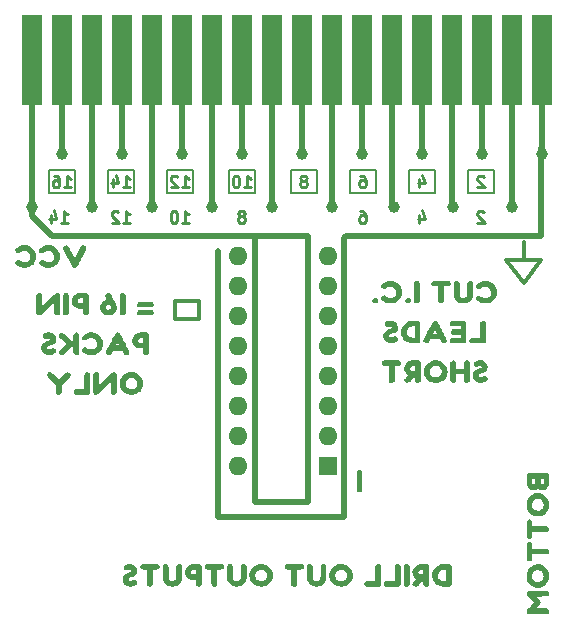
<source format=gbr>
%TF.GenerationSoftware,KiCad,Pcbnew,8.0.8*%
%TF.CreationDate,2025-03-09T11:33:26+01:00*%
%TF.ProjectId,HP 10529A reference card,48502031-3035-4323-9941-207265666572,rev?*%
%TF.SameCoordinates,Original*%
%TF.FileFunction,Copper,L2,Bot*%
%TF.FilePolarity,Positive*%
%FSLAX46Y46*%
G04 Gerber Fmt 4.6, Leading zero omitted, Abs format (unit mm)*
G04 Created by KiCad (PCBNEW 8.0.8) date 2025-03-09 11:33:26*
%MOMM*%
%LPD*%
G01*
G04 APERTURE LIST*
%TA.AperFunction,NonConductor*%
%ADD10C,0.200000*%
%TD*%
%TA.AperFunction,NonConductor*%
%ADD11C,0.300000*%
%TD*%
%ADD12C,0.250000*%
%TA.AperFunction,NonConductor*%
%ADD13C,0.250000*%
%TD*%
%ADD14C,0.300000*%
%TA.AperFunction,ConnectorPad*%
%ADD15R,1.780000X7.620000*%
%TD*%
%TA.AperFunction,ComponentPad*%
%ADD16R,1.600000X1.600000*%
%TD*%
%TA.AperFunction,ComponentPad*%
%ADD17O,1.600000X1.600000*%
%TD*%
%TA.AperFunction,ViaPad*%
%ADD18C,1.000000*%
%TD*%
%TA.AperFunction,Conductor*%
%ADD19C,0.500000*%
%TD*%
G04 APERTURE END LIST*
D10*
X180800000Y-39400000D02*
X183000000Y-39400000D01*
X183000000Y-41300000D01*
X180800000Y-41300000D01*
X180800000Y-39400000D01*
X170300000Y-39400000D02*
X172500000Y-39400000D01*
X172500000Y-41300000D01*
X170300000Y-41300000D01*
X170300000Y-39400000D01*
D11*
X202000000Y-47000000D02*
X200500000Y-49000000D01*
D10*
X190800000Y-39400000D02*
X193000000Y-39400000D01*
X193000000Y-41300000D01*
X190800000Y-41300000D01*
X190800000Y-39400000D01*
D11*
X200500000Y-49000000D02*
X199000000Y-47000000D01*
D10*
X165300000Y-39400000D02*
X167500000Y-39400000D01*
X167500000Y-41300000D01*
X165300000Y-41300000D01*
X165300000Y-39400000D01*
D11*
X171000000Y-50500000D02*
X173000000Y-50500000D01*
X173000000Y-52000000D01*
X171000000Y-52000000D01*
X171000000Y-50500000D01*
D10*
X160300000Y-39400000D02*
X162500000Y-39400000D01*
X162500000Y-41300000D01*
X160300000Y-41300000D01*
X160300000Y-39400000D01*
X185800000Y-39400000D02*
X188000000Y-39400000D01*
X188000000Y-41300000D01*
X185800000Y-41300000D01*
X185800000Y-39400000D01*
D11*
X199000000Y-47000000D02*
X202000000Y-47000000D01*
X200500000Y-47000000D02*
X200500000Y-45500000D01*
D10*
X195800000Y-39400000D02*
X198000000Y-39400000D01*
X198000000Y-41300000D01*
X195800000Y-41300000D01*
X195800000Y-39400000D01*
X175550000Y-39400000D02*
X177750000Y-39400000D01*
X177750000Y-41300000D01*
X175550000Y-41300000D01*
X175550000Y-39400000D01*
D12*
D13*
X166573622Y-40864619D02*
X167145050Y-40864619D01*
X166859336Y-40864619D02*
X166859336Y-39864619D01*
X166859336Y-39864619D02*
X166954574Y-40007476D01*
X166954574Y-40007476D02*
X167049812Y-40102714D01*
X167049812Y-40102714D02*
X167145050Y-40150333D01*
X165716479Y-40197952D02*
X165716479Y-40864619D01*
X165954574Y-39817000D02*
X166192669Y-40531285D01*
X166192669Y-40531285D02*
X165573622Y-40531285D01*
D12*
D13*
X176823622Y-40864619D02*
X177395050Y-40864619D01*
X177109336Y-40864619D02*
X177109336Y-39864619D01*
X177109336Y-39864619D02*
X177204574Y-40007476D01*
X177204574Y-40007476D02*
X177299812Y-40102714D01*
X177299812Y-40102714D02*
X177395050Y-40150333D01*
X176204574Y-39864619D02*
X176109336Y-39864619D01*
X176109336Y-39864619D02*
X176014098Y-39912238D01*
X176014098Y-39912238D02*
X175966479Y-39959857D01*
X175966479Y-39959857D02*
X175918860Y-40055095D01*
X175918860Y-40055095D02*
X175871241Y-40245571D01*
X175871241Y-40245571D02*
X175871241Y-40483666D01*
X175871241Y-40483666D02*
X175918860Y-40674142D01*
X175918860Y-40674142D02*
X175966479Y-40769380D01*
X175966479Y-40769380D02*
X176014098Y-40817000D01*
X176014098Y-40817000D02*
X176109336Y-40864619D01*
X176109336Y-40864619D02*
X176204574Y-40864619D01*
X176204574Y-40864619D02*
X176299812Y-40817000D01*
X176299812Y-40817000D02*
X176347431Y-40769380D01*
X176347431Y-40769380D02*
X176395050Y-40674142D01*
X176395050Y-40674142D02*
X176442669Y-40483666D01*
X176442669Y-40483666D02*
X176442669Y-40245571D01*
X176442669Y-40245571D02*
X176395050Y-40055095D01*
X176395050Y-40055095D02*
X176347431Y-39959857D01*
X176347431Y-39959857D02*
X176299812Y-39912238D01*
X176299812Y-39912238D02*
X176204574Y-39864619D01*
D12*
D13*
X186668860Y-39864619D02*
X186859336Y-39864619D01*
X186859336Y-39864619D02*
X186954574Y-39912238D01*
X186954574Y-39912238D02*
X187002193Y-39959857D01*
X187002193Y-39959857D02*
X187097431Y-40102714D01*
X187097431Y-40102714D02*
X187145050Y-40293190D01*
X187145050Y-40293190D02*
X187145050Y-40674142D01*
X187145050Y-40674142D02*
X187097431Y-40769380D01*
X187097431Y-40769380D02*
X187049812Y-40817000D01*
X187049812Y-40817000D02*
X186954574Y-40864619D01*
X186954574Y-40864619D02*
X186764098Y-40864619D01*
X186764098Y-40864619D02*
X186668860Y-40817000D01*
X186668860Y-40817000D02*
X186621241Y-40769380D01*
X186621241Y-40769380D02*
X186573622Y-40674142D01*
X186573622Y-40674142D02*
X186573622Y-40436047D01*
X186573622Y-40436047D02*
X186621241Y-40340809D01*
X186621241Y-40340809D02*
X186668860Y-40293190D01*
X186668860Y-40293190D02*
X186764098Y-40245571D01*
X186764098Y-40245571D02*
X186954574Y-40245571D01*
X186954574Y-40245571D02*
X187049812Y-40293190D01*
X187049812Y-40293190D02*
X187097431Y-40340809D01*
X187097431Y-40340809D02*
X187145050Y-40436047D01*
D12*
D13*
X161323622Y-43864619D02*
X161895050Y-43864619D01*
X161609336Y-43864619D02*
X161609336Y-42864619D01*
X161609336Y-42864619D02*
X161704574Y-43007476D01*
X161704574Y-43007476D02*
X161799812Y-43102714D01*
X161799812Y-43102714D02*
X161895050Y-43150333D01*
X160466479Y-43197952D02*
X160466479Y-43864619D01*
X160704574Y-42817000D02*
X160942669Y-43531285D01*
X160942669Y-43531285D02*
X160323622Y-43531285D01*
D14*
G36*
X167998345Y-50564528D02*
G01*
X167893652Y-50595244D01*
X167821199Y-50669217D01*
X167777794Y-50750642D01*
X167777794Y-50822449D01*
X167810638Y-50920017D01*
X167889736Y-50987588D01*
X167976803Y-51028101D01*
X168100927Y-51033475D01*
X168875421Y-51033475D01*
X168985857Y-51025384D01*
X169089010Y-50992516D01*
X169161619Y-50919701D01*
X169168293Y-50904026D01*
X169196503Y-50823426D01*
X169196503Y-50770181D01*
X169164082Y-50672613D01*
X169086003Y-50605042D01*
X169000058Y-50564528D01*
X167998345Y-50564528D01*
G37*
G36*
X167998345Y-51221053D02*
G01*
X167893652Y-51251850D01*
X167821199Y-51326017D01*
X167777794Y-51407655D01*
X167777794Y-51483370D01*
X167810723Y-51582277D01*
X167890025Y-51649974D01*
X167977316Y-51690000D01*
X168979029Y-51690000D01*
X169083214Y-51659203D01*
X169154444Y-51585036D01*
X169196503Y-51503398D01*
X169196503Y-51427683D01*
X169164082Y-51328775D01*
X169086003Y-51261079D01*
X169000058Y-51221053D01*
X167998345Y-51221053D01*
G37*
G36*
X166527832Y-49782951D02*
G01*
X166423647Y-49813990D01*
X166352417Y-49888739D01*
X166310358Y-49971018D01*
X166310358Y-51482393D01*
X166342779Y-51581697D01*
X166420858Y-51649730D01*
X166506803Y-51690000D01*
X166586817Y-51690000D01*
X166691002Y-51658961D01*
X166762232Y-51584212D01*
X166804291Y-51501933D01*
X166804291Y-49990558D01*
X166771870Y-49891253D01*
X166693791Y-49823221D01*
X166607846Y-49782951D01*
X166527832Y-49782951D01*
G37*
G36*
X165421979Y-49789474D02*
G01*
X165514322Y-49838150D01*
X165520165Y-49841850D01*
X165576545Y-49923719D01*
X165632107Y-50023536D01*
X165678205Y-50111204D01*
X165731548Y-50215771D01*
X165776309Y-50305285D01*
X165825146Y-50404305D01*
X165879602Y-50499400D01*
X165926798Y-50588067D01*
X165975582Y-50689865D01*
X166013021Y-50781620D01*
X166042972Y-50878472D01*
X166057494Y-50985115D01*
X166057494Y-51044221D01*
X166055835Y-51083796D01*
X166037172Y-51184938D01*
X166002645Y-51278657D01*
X165951321Y-51374926D01*
X165890189Y-51448772D01*
X165809897Y-51527232D01*
X165725296Y-51590308D01*
X165618090Y-51645692D01*
X165504681Y-51678923D01*
X165385069Y-51690000D01*
X165314287Y-51690000D01*
X165273022Y-51688420D01*
X165167825Y-51670645D01*
X165070665Y-51637763D01*
X164971150Y-51588883D01*
X164893252Y-51530364D01*
X164810485Y-51453373D01*
X164743947Y-51372112D01*
X164685524Y-51268963D01*
X164650470Y-51159666D01*
X164638785Y-51044221D01*
X164638785Y-50994884D01*
X165141437Y-50994884D01*
X165141437Y-51062295D01*
X165158026Y-51099504D01*
X165223233Y-51186170D01*
X165319929Y-51221053D01*
X165390711Y-51221053D01*
X165438881Y-51200345D01*
X165521179Y-51141109D01*
X165557919Y-51048129D01*
X165557919Y-50980718D01*
X165542003Y-50943509D01*
X165477656Y-50856844D01*
X165379427Y-50821960D01*
X165305568Y-50821960D01*
X165267100Y-50837699D01*
X165177501Y-50900445D01*
X165141437Y-50994884D01*
X164638785Y-50994884D01*
X164638785Y-50985115D01*
X164643593Y-50912417D01*
X164666482Y-50813084D01*
X164708220Y-50716603D01*
X164768807Y-50622973D01*
X164835742Y-50544989D01*
X164863878Y-50520086D01*
X164945858Y-50455016D01*
X165036897Y-50397377D01*
X165134870Y-50355604D01*
X165237351Y-50339337D01*
X165184989Y-50238371D01*
X165140895Y-50148398D01*
X165102968Y-50047222D01*
X165102968Y-49971018D01*
X165145027Y-49888739D01*
X165216257Y-49813990D01*
X165320442Y-49782951D01*
X165379427Y-49782951D01*
X165421979Y-49789474D01*
G37*
G36*
X163554782Y-49823221D02*
G01*
X163632861Y-49891253D01*
X163665282Y-49990558D01*
X163665282Y-51501933D01*
X163623223Y-51584212D01*
X163551993Y-51658961D01*
X163447808Y-51690000D01*
X163386772Y-51690000D01*
X163338837Y-51676948D01*
X163245721Y-51623565D01*
X163191024Y-51552319D01*
X163170708Y-51454488D01*
X163165707Y-51348060D01*
X163165707Y-51127264D01*
X162922075Y-51127264D01*
X162871756Y-51124676D01*
X162765407Y-51103973D01*
X162663184Y-51067638D01*
X162567141Y-51021263D01*
X162492008Y-50961522D01*
X162412179Y-50884035D01*
X162348003Y-50803423D01*
X162291653Y-50702564D01*
X162257843Y-50597205D01*
X162246573Y-50487348D01*
X162246573Y-50432149D01*
X162749224Y-50432149D01*
X162749224Y-50500537D01*
X162765814Y-50537517D01*
X162831021Y-50623649D01*
X162927717Y-50658318D01*
X163165707Y-50658318D01*
X163165707Y-50251898D01*
X163031838Y-50251898D01*
X162913869Y-50257759D01*
X162875280Y-50274269D01*
X162785401Y-50338361D01*
X162749224Y-50432149D01*
X162246573Y-50432149D01*
X162246573Y-50422868D01*
X162249390Y-50374277D01*
X162271930Y-50272229D01*
X162311488Y-50174839D01*
X162361977Y-50083859D01*
X162424809Y-50013333D01*
X162506233Y-49938400D01*
X162590863Y-49878160D01*
X162696651Y-49825266D01*
X162807055Y-49793530D01*
X162922075Y-49782951D01*
X163468837Y-49782951D01*
X163554782Y-49823221D01*
G37*
G36*
X161724943Y-49782951D02*
G01*
X161620758Y-49813990D01*
X161549528Y-49888739D01*
X161507469Y-49971018D01*
X161507469Y-51482393D01*
X161539890Y-51581697D01*
X161617969Y-51649730D01*
X161703914Y-51690000D01*
X161783928Y-51690000D01*
X161888113Y-51658961D01*
X161959343Y-51584212D01*
X162001402Y-51501933D01*
X162001402Y-49990558D01*
X161968981Y-49891253D01*
X161890902Y-49823221D01*
X161804957Y-49782951D01*
X161724943Y-49782951D01*
G37*
G36*
X160978146Y-49782951D02*
G01*
X160874261Y-49821971D01*
X160791987Y-49884772D01*
X160708532Y-49963966D01*
X160656039Y-50019378D01*
X159759472Y-50871297D01*
X159759472Y-50077020D01*
X159748252Y-49970163D01*
X159708807Y-49876517D01*
X159631670Y-49805458D01*
X159579954Y-49782951D01*
X159536356Y-49782951D01*
X159477372Y-49782951D01*
X159374671Y-49813990D01*
X159303111Y-49888739D01*
X159259898Y-49971018D01*
X159259898Y-51482393D01*
X159291811Y-51580048D01*
X159368667Y-51648448D01*
X159453265Y-51690000D01*
X159536356Y-51690000D01*
X159641726Y-51650980D01*
X159723904Y-51588179D01*
X159806644Y-51508985D01*
X159858464Y-51453572D01*
X160755030Y-50601653D01*
X160755030Y-51366622D01*
X160762374Y-51473466D01*
X160791295Y-51571099D01*
X160847867Y-51636266D01*
X160939148Y-51683650D01*
X160978146Y-51690000D01*
X161037131Y-51690000D01*
X161141316Y-51658961D01*
X161212546Y-51584212D01*
X161254605Y-51501933D01*
X161254605Y-49990558D01*
X161223115Y-49892903D01*
X161147278Y-49824503D01*
X161063802Y-49782951D01*
X160978146Y-49782951D01*
G37*
G36*
X168675675Y-53183221D02*
G01*
X168753754Y-53251253D01*
X168786175Y-53350558D01*
X168786175Y-54861933D01*
X168744116Y-54944212D01*
X168672886Y-55018961D01*
X168568701Y-55050000D01*
X168507665Y-55050000D01*
X168459730Y-55036948D01*
X168366615Y-54983565D01*
X168311917Y-54912319D01*
X168291601Y-54814488D01*
X168286601Y-54708060D01*
X168286601Y-54487264D01*
X168042968Y-54487264D01*
X167992649Y-54484676D01*
X167886300Y-54463973D01*
X167784077Y-54427638D01*
X167688035Y-54381263D01*
X167612901Y-54321522D01*
X167533072Y-54244035D01*
X167468896Y-54163423D01*
X167412546Y-54062564D01*
X167378736Y-53957205D01*
X167367466Y-53847348D01*
X167367466Y-53792149D01*
X167870118Y-53792149D01*
X167870118Y-53860537D01*
X167886707Y-53897517D01*
X167951914Y-53983649D01*
X168048610Y-54018318D01*
X168286601Y-54018318D01*
X168286601Y-53611898D01*
X168152731Y-53611898D01*
X168034762Y-53617759D01*
X167996173Y-53634269D01*
X167906294Y-53698361D01*
X167870118Y-53792149D01*
X167367466Y-53792149D01*
X167367466Y-53782868D01*
X167370283Y-53734277D01*
X167392823Y-53632229D01*
X167432381Y-53534839D01*
X167482871Y-53443859D01*
X167545702Y-53373333D01*
X167627127Y-53298400D01*
X167711757Y-53238160D01*
X167817544Y-53185266D01*
X167927948Y-53153530D01*
X168042968Y-53142951D01*
X168589730Y-53142951D01*
X168675675Y-53183221D01*
G37*
G36*
X166247859Y-53164253D02*
G01*
X166330362Y-53225505D01*
X166350155Y-53258356D01*
X166406773Y-53357045D01*
X166459406Y-53453033D01*
X166518563Y-53564163D01*
X166567212Y-53657449D01*
X166619530Y-53759252D01*
X166675518Y-53869574D01*
X166735176Y-53988413D01*
X166798502Y-54115771D01*
X166842759Y-54205408D01*
X166876609Y-54270243D01*
X166923289Y-54360354D01*
X166977886Y-54467172D01*
X167033848Y-54579271D01*
X167082985Y-54682368D01*
X167122295Y-54785729D01*
X167122295Y-54838485D01*
X167109472Y-54890265D01*
X167079454Y-54936282D01*
X167003118Y-55014902D01*
X166899179Y-55050000D01*
X166851478Y-55050000D01*
X166752487Y-55020690D01*
X166693799Y-54976452D01*
X166637381Y-54885210D01*
X166593864Y-54796733D01*
X166553991Y-54706106D01*
X165715896Y-54706106D01*
X165655372Y-54817480D01*
X165637476Y-54859034D01*
X165584021Y-54949862D01*
X165505481Y-55022524D01*
X165404046Y-55050000D01*
X165366091Y-55050000D01*
X165299413Y-55031437D01*
X165251686Y-54995893D01*
X165175160Y-54923237D01*
X165133743Y-54831158D01*
X165133743Y-54760327D01*
X165171490Y-54683855D01*
X165220857Y-54588203D01*
X165270590Y-54493013D01*
X165331213Y-54377721D01*
X165377680Y-54289693D01*
X165405478Y-54237159D01*
X165973889Y-54237159D01*
X166303178Y-54237159D01*
X166286907Y-54203387D01*
X166236238Y-54099519D01*
X166190293Y-54008119D01*
X166138534Y-53915247D01*
X165973889Y-54237159D01*
X165405478Y-54237159D01*
X165428987Y-54192730D01*
X165485134Y-54086834D01*
X165546123Y-53972003D01*
X165611951Y-53848239D01*
X165682621Y-53715541D01*
X165758131Y-53573908D01*
X165838481Y-53423342D01*
X165881986Y-53328053D01*
X165938668Y-53241800D01*
X166020921Y-53170333D01*
X166124685Y-53142951D01*
X166172899Y-53142951D01*
X166247859Y-53164253D01*
G37*
G36*
X163938150Y-53142951D02*
G01*
X163840697Y-53142951D01*
X163733713Y-53150473D01*
X163625106Y-53173039D01*
X163514877Y-53210649D01*
X163421779Y-53253482D01*
X163327554Y-53306762D01*
X163251363Y-53356908D01*
X163171934Y-53429873D01*
X163118528Y-53515225D01*
X163111852Y-53554745D01*
X163111852Y-53596266D01*
X163136761Y-53696061D01*
X163211491Y-53769766D01*
X163309688Y-53810665D01*
X163322658Y-53814131D01*
X163357536Y-53820481D01*
X163458164Y-53797761D01*
X163549574Y-53742119D01*
X163597065Y-53701779D01*
X163687722Y-53650606D01*
X163789110Y-53619007D01*
X163866855Y-53611898D01*
X163914556Y-53611898D01*
X164022141Y-53624333D01*
X164120497Y-53661639D01*
X164209625Y-53723816D01*
X164278676Y-53796906D01*
X164331039Y-53871772D01*
X164370308Y-53964630D01*
X164387587Y-54061976D01*
X164388485Y-54090614D01*
X164388485Y-54114061D01*
X164379506Y-54212273D01*
X164345029Y-54317786D01*
X164284694Y-54409835D01*
X164198501Y-54488420D01*
X164106921Y-54543623D01*
X164020728Y-54581053D01*
X163914556Y-54581053D01*
X163866855Y-54581053D01*
X163759362Y-54566756D01*
X163664017Y-54530044D01*
X163568864Y-54470738D01*
X163485763Y-54400314D01*
X163384441Y-54375122D01*
X163359074Y-54372958D01*
X163256032Y-54392374D01*
X163169760Y-54458580D01*
X163120271Y-54547697D01*
X163111852Y-54571772D01*
X163111852Y-54638206D01*
X163151222Y-54740550D01*
X163225631Y-54815539D01*
X163320118Y-54882011D01*
X163420511Y-54938953D01*
X163514999Y-54985519D01*
X163622258Y-55016689D01*
X163727064Y-55039358D01*
X163832863Y-55049937D01*
X163840697Y-55050000D01*
X163938150Y-55050000D01*
X164057334Y-55041663D01*
X164174138Y-55016655D01*
X164288564Y-54974974D01*
X164400610Y-54916620D01*
X164488534Y-54857933D01*
X164574936Y-54788576D01*
X164659814Y-54708548D01*
X164725568Y-54618851D01*
X164780178Y-54529583D01*
X164823642Y-54440744D01*
X164861089Y-54334705D01*
X164882487Y-54229283D01*
X164888059Y-54141905D01*
X164888059Y-54051046D01*
X164879344Y-53936319D01*
X164853197Y-53824168D01*
X164809620Y-53714592D01*
X164748612Y-53607593D01*
X164687255Y-53523848D01*
X164614742Y-53441752D01*
X164531074Y-53361304D01*
X164436536Y-53298400D01*
X164342699Y-53246157D01*
X164249564Y-53204576D01*
X164138728Y-53168753D01*
X164028901Y-53148282D01*
X163938150Y-53142951D01*
G37*
G36*
X162592787Y-53142951D02*
G01*
X162488602Y-53173909D01*
X162417372Y-53248464D01*
X162375313Y-53330530D01*
X162369671Y-53449232D01*
X162379929Y-54025645D01*
X162386084Y-54025645D01*
X162333942Y-53930698D01*
X162255627Y-53849602D01*
X162173834Y-53774875D01*
X162125526Y-53733042D01*
X162021372Y-53633173D01*
X161926639Y-53543128D01*
X161841328Y-53462906D01*
X161765439Y-53392506D01*
X161678910Y-53313921D01*
X161594302Y-53240248D01*
X161513366Y-53179126D01*
X161500289Y-53174214D01*
X161426430Y-53142951D01*
X161399245Y-53142951D01*
X161296742Y-53165232D01*
X161217026Y-53232073D01*
X161168754Y-53319906D01*
X161164333Y-53331507D01*
X161164333Y-53407222D01*
X161204118Y-53505435D01*
X161268152Y-53582623D01*
X161348900Y-53660632D01*
X161405400Y-53709595D01*
X161804444Y-54096475D01*
X161730471Y-54167296D01*
X161628460Y-54265249D01*
X161537186Y-54353266D01*
X161456651Y-54431349D01*
X161365974Y-54520005D01*
X161294387Y-54591000D01*
X161222800Y-54664376D01*
X161193568Y-54699755D01*
X161164333Y-54785729D01*
X161164333Y-54842393D01*
X161196754Y-54941697D01*
X161274833Y-55009730D01*
X161360777Y-55050000D01*
X161440278Y-55050000D01*
X161536521Y-55015172D01*
X161619997Y-54953256D01*
X161705714Y-54873685D01*
X161774183Y-54802337D01*
X161848839Y-54732518D01*
X161951793Y-54635704D01*
X162043909Y-54548386D01*
X162125188Y-54470565D01*
X162216703Y-54381576D01*
X162288951Y-54309471D01*
X162361199Y-54232970D01*
X162390700Y-54191730D01*
X162386084Y-54174633D01*
X162380442Y-54172679D01*
X162369671Y-54172679D01*
X162375313Y-54774494D01*
X162375313Y-54842393D01*
X162407734Y-54941697D01*
X162485813Y-55009730D01*
X162571758Y-55050000D01*
X162651772Y-55050000D01*
X162755956Y-55018961D01*
X162827187Y-54944212D01*
X162869245Y-54861933D01*
X162869245Y-53350558D01*
X162836824Y-53251253D01*
X162758745Y-53183221D01*
X162672801Y-53142951D01*
X162592787Y-53142951D01*
G37*
G36*
X160343164Y-53142951D02*
G01*
X160245711Y-53142951D01*
X160127144Y-53149117D01*
X160024951Y-53167612D01*
X159926419Y-53204775D01*
X159841100Y-53267797D01*
X159802557Y-53318318D01*
X159777522Y-53413086D01*
X159777424Y-53418457D01*
X159777424Y-53435554D01*
X159802091Y-53533655D01*
X159876093Y-53615708D01*
X159973335Y-53670908D01*
X159986178Y-53676378D01*
X160046189Y-53688590D01*
X160152721Y-53664653D01*
X160259631Y-53632825D01*
X160298541Y-53620690D01*
X160335983Y-53620690D01*
X160417271Y-53683255D01*
X160418561Y-53698360D01*
X160418561Y-53720830D01*
X160339672Y-53792722D01*
X160233082Y-53838174D01*
X160123688Y-53875509D01*
X160059525Y-53895219D01*
X159948407Y-53947300D01*
X159856124Y-54008897D01*
X159782673Y-54080011D01*
X159719393Y-54177911D01*
X159683233Y-54289515D01*
X159673816Y-54392986D01*
X159673816Y-54449651D01*
X159683195Y-54554866D01*
X159711333Y-54652830D01*
X159758228Y-54743543D01*
X159823882Y-54827006D01*
X159908295Y-54903217D01*
X160011465Y-54972178D01*
X160057986Y-54997732D01*
X160160054Y-55031573D01*
X160265241Y-55048723D01*
X160301618Y-55050000D01*
X160354961Y-55050000D01*
X160462486Y-55042099D01*
X160568293Y-55018397D01*
X160672382Y-54978893D01*
X160774753Y-54923589D01*
X160832480Y-54884891D01*
X160895994Y-54804411D01*
X160918136Y-54732484D01*
X160918136Y-54675819D01*
X160888924Y-54581778D01*
X160810823Y-54508005D01*
X160710407Y-54456489D01*
X160647319Y-54456489D01*
X160547710Y-54489163D01*
X160447857Y-54532916D01*
X160363167Y-54572260D01*
X160313928Y-54572260D01*
X160218607Y-54528175D01*
X160173391Y-54447208D01*
X160173391Y-54404221D01*
X160224457Y-54314439D01*
X160315242Y-54265957D01*
X160413120Y-54235566D01*
X160514189Y-54214149D01*
X160536531Y-54210293D01*
X160646466Y-54165015D01*
X160737768Y-54109170D01*
X160822735Y-54028210D01*
X160880870Y-53932033D01*
X160912173Y-53820641D01*
X160918136Y-53737927D01*
X160918136Y-53692498D01*
X160906289Y-53580207D01*
X160870748Y-53476709D01*
X160811513Y-53382004D01*
X160728584Y-53296092D01*
X160641376Y-53231215D01*
X160581154Y-53195219D01*
X160481501Y-53161378D01*
X160378727Y-53144227D01*
X160343164Y-53142951D01*
G37*
G36*
X167439390Y-56508294D02*
G01*
X167549650Y-56528811D01*
X167660523Y-56564714D01*
X167753385Y-56606388D01*
X167846673Y-56658748D01*
X167940387Y-56721793D01*
X168024175Y-56802126D01*
X168096792Y-56884123D01*
X168158237Y-56967784D01*
X168219333Y-57074700D01*
X168262973Y-57184215D01*
X168289157Y-57296331D01*
X168297885Y-57411046D01*
X168297885Y-57501905D01*
X168292312Y-57589283D01*
X168270915Y-57694705D01*
X168233468Y-57800744D01*
X168190003Y-57889583D01*
X168135394Y-57978851D01*
X168069640Y-58068548D01*
X167985435Y-58148576D01*
X167899514Y-58217933D01*
X167811879Y-58276620D01*
X167699923Y-58334974D01*
X167585287Y-58376655D01*
X167467971Y-58401663D01*
X167347976Y-58410000D01*
X167256165Y-58410000D01*
X167163863Y-58404657D01*
X167052738Y-58384140D01*
X166941216Y-58348237D01*
X166847979Y-58306563D01*
X166754465Y-58254203D01*
X166660676Y-58191158D01*
X166576888Y-58110825D01*
X166504271Y-58028828D01*
X166442826Y-57945167D01*
X166381730Y-57838251D01*
X166338090Y-57728736D01*
X166311906Y-57616620D01*
X166303178Y-57501905D01*
X166303178Y-57433517D01*
X166802752Y-57433517D01*
X166802752Y-57479434D01*
X166809232Y-57545445D01*
X166836604Y-57639658D01*
X166846599Y-57658200D01*
X166900209Y-57742085D01*
X166972542Y-57823321D01*
X167053601Y-57883364D01*
X167159202Y-57926631D01*
X167276681Y-57941053D01*
X167324382Y-57941053D01*
X167392585Y-57934695D01*
X167492103Y-57907836D01*
X167596166Y-57846190D01*
X167678698Y-57775922D01*
X167747774Y-57683047D01*
X167787545Y-57578438D01*
X167798311Y-57479434D01*
X167798311Y-57433517D01*
X167791831Y-57367506D01*
X167764459Y-57273293D01*
X167754464Y-57254750D01*
X167700854Y-57170866D01*
X167628521Y-57089630D01*
X167547462Y-57029587D01*
X167441861Y-56986320D01*
X167324382Y-56971898D01*
X167276681Y-56971898D01*
X167214125Y-56977380D01*
X167112037Y-57005115D01*
X167006929Y-57066761D01*
X166923567Y-57137029D01*
X166853796Y-57229903D01*
X166813626Y-57334512D01*
X166802752Y-57433517D01*
X166303178Y-57433517D01*
X166303178Y-57411046D01*
X166308750Y-57323667D01*
X166330148Y-57218246D01*
X166367595Y-57112207D01*
X166411059Y-57023368D01*
X166465669Y-56934100D01*
X166531423Y-56844403D01*
X166616350Y-56764375D01*
X166702895Y-56695018D01*
X166791060Y-56636331D01*
X166903542Y-56577977D01*
X167018553Y-56536296D01*
X167136094Y-56511288D01*
X167256165Y-56502951D01*
X167347976Y-56502951D01*
X167439390Y-56508294D01*
G37*
G36*
X165781036Y-56502951D02*
G01*
X165677150Y-56541971D01*
X165594876Y-56604772D01*
X165511421Y-56683966D01*
X165458928Y-56739378D01*
X164562362Y-57591297D01*
X164562362Y-56797020D01*
X164551142Y-56690163D01*
X164511697Y-56596517D01*
X164434560Y-56525458D01*
X164382843Y-56502951D01*
X164339246Y-56502951D01*
X164280261Y-56502951D01*
X164177561Y-56533990D01*
X164106000Y-56608739D01*
X164062787Y-56691018D01*
X164062787Y-58202393D01*
X164094700Y-58300048D01*
X164171556Y-58368448D01*
X164256154Y-58410000D01*
X164339246Y-58410000D01*
X164444616Y-58370980D01*
X164526793Y-58308179D01*
X164609533Y-58228985D01*
X164661353Y-58173572D01*
X165557920Y-57321653D01*
X165557920Y-58086622D01*
X165565263Y-58193466D01*
X165594184Y-58291099D01*
X165650756Y-58356266D01*
X165742037Y-58403650D01*
X165781036Y-58410000D01*
X165840020Y-58410000D01*
X165944205Y-58378961D01*
X166015435Y-58304212D01*
X166057494Y-58221933D01*
X166057494Y-56710558D01*
X166026004Y-56612903D01*
X165950168Y-56544503D01*
X165866692Y-56502951D01*
X165781036Y-56502951D01*
G37*
G36*
X163540645Y-56502951D02*
G01*
X163442905Y-56532684D01*
X163369287Y-56605499D01*
X163335994Y-56658290D01*
X163317529Y-56760383D01*
X163323171Y-57950823D01*
X163333429Y-57950823D01*
X162618946Y-57941053D01*
X162514253Y-57971850D01*
X162441799Y-58046017D01*
X162398394Y-58127655D01*
X162398394Y-58203370D01*
X162431323Y-58302277D01*
X162510625Y-58369974D01*
X162597916Y-58410000D01*
X163599629Y-58410000D01*
X163703814Y-58378961D01*
X163775045Y-58304212D01*
X163817103Y-58221933D01*
X163817103Y-56710558D01*
X163784682Y-56611253D01*
X163706603Y-56543221D01*
X163620659Y-56502951D01*
X163540645Y-56502951D01*
G37*
G36*
X161876765Y-56502951D02*
G01*
X161773895Y-56540923D01*
X161693256Y-56602037D01*
X161611863Y-56679104D01*
X161560812Y-56733028D01*
X161155613Y-57113070D01*
X161081622Y-57042619D01*
X160979276Y-56945465D01*
X160887297Y-56858538D01*
X160805688Y-56781838D01*
X160713003Y-56695479D01*
X160638751Y-56627301D01*
X160561935Y-56559123D01*
X160524734Y-56531284D01*
X160434975Y-56502951D01*
X160375990Y-56502951D01*
X160273290Y-56533990D01*
X160201729Y-56608739D01*
X160158516Y-56691018D01*
X160158516Y-56767222D01*
X160194493Y-56862130D01*
X160261549Y-56943703D01*
X160337547Y-57016125D01*
X160376503Y-57049567D01*
X160908904Y-57561500D01*
X160908904Y-58202393D01*
X160941833Y-58301697D01*
X161021135Y-58369730D01*
X161108426Y-58410000D01*
X161185362Y-58410000D01*
X161286624Y-58376912D01*
X161361715Y-58306960D01*
X161373087Y-58292763D01*
X161403501Y-58197661D01*
X161408478Y-58112023D01*
X161408478Y-57556127D01*
X161495060Y-57473238D01*
X161576055Y-57395544D01*
X161651465Y-57323044D01*
X161754106Y-57224033D01*
X161844179Y-57136708D01*
X161921684Y-57061070D01*
X162005472Y-56978397D01*
X162078787Y-56904273D01*
X162123475Y-56853196D01*
X162153223Y-56767222D01*
X162153223Y-56710558D01*
X162120802Y-56611253D01*
X162042723Y-56543221D01*
X161956779Y-56502951D01*
X161876765Y-56502951D01*
G37*
D12*
D13*
X171573622Y-43864619D02*
X172145050Y-43864619D01*
X171859336Y-43864619D02*
X171859336Y-42864619D01*
X171859336Y-42864619D02*
X171954574Y-43007476D01*
X171954574Y-43007476D02*
X172049812Y-43102714D01*
X172049812Y-43102714D02*
X172145050Y-43150333D01*
X170954574Y-42864619D02*
X170859336Y-42864619D01*
X170859336Y-42864619D02*
X170764098Y-42912238D01*
X170764098Y-42912238D02*
X170716479Y-42959857D01*
X170716479Y-42959857D02*
X170668860Y-43055095D01*
X170668860Y-43055095D02*
X170621241Y-43245571D01*
X170621241Y-43245571D02*
X170621241Y-43483666D01*
X170621241Y-43483666D02*
X170668860Y-43674142D01*
X170668860Y-43674142D02*
X170716479Y-43769380D01*
X170716479Y-43769380D02*
X170764098Y-43817000D01*
X170764098Y-43817000D02*
X170859336Y-43864619D01*
X170859336Y-43864619D02*
X170954574Y-43864619D01*
X170954574Y-43864619D02*
X171049812Y-43817000D01*
X171049812Y-43817000D02*
X171097431Y-43769380D01*
X171097431Y-43769380D02*
X171145050Y-43674142D01*
X171145050Y-43674142D02*
X171192669Y-43483666D01*
X171192669Y-43483666D02*
X171192669Y-43245571D01*
X171192669Y-43245571D02*
X171145050Y-43055095D01*
X171145050Y-43055095D02*
X171097431Y-42959857D01*
X171097431Y-42959857D02*
X171049812Y-42912238D01*
X171049812Y-42912238D02*
X170954574Y-42864619D01*
D12*
D13*
X191668860Y-40197952D02*
X191668860Y-40864619D01*
X191906955Y-39817000D02*
X192145050Y-40531285D01*
X192145050Y-40531285D02*
X191526003Y-40531285D01*
D12*
D13*
X176704574Y-43293190D02*
X176799812Y-43245571D01*
X176799812Y-43245571D02*
X176847431Y-43197952D01*
X176847431Y-43197952D02*
X176895050Y-43102714D01*
X176895050Y-43102714D02*
X176895050Y-43055095D01*
X176895050Y-43055095D02*
X176847431Y-42959857D01*
X176847431Y-42959857D02*
X176799812Y-42912238D01*
X176799812Y-42912238D02*
X176704574Y-42864619D01*
X176704574Y-42864619D02*
X176514098Y-42864619D01*
X176514098Y-42864619D02*
X176418860Y-42912238D01*
X176418860Y-42912238D02*
X176371241Y-42959857D01*
X176371241Y-42959857D02*
X176323622Y-43055095D01*
X176323622Y-43055095D02*
X176323622Y-43102714D01*
X176323622Y-43102714D02*
X176371241Y-43197952D01*
X176371241Y-43197952D02*
X176418860Y-43245571D01*
X176418860Y-43245571D02*
X176514098Y-43293190D01*
X176514098Y-43293190D02*
X176704574Y-43293190D01*
X176704574Y-43293190D02*
X176799812Y-43340809D01*
X176799812Y-43340809D02*
X176847431Y-43388428D01*
X176847431Y-43388428D02*
X176895050Y-43483666D01*
X176895050Y-43483666D02*
X176895050Y-43674142D01*
X176895050Y-43674142D02*
X176847431Y-43769380D01*
X176847431Y-43769380D02*
X176799812Y-43817000D01*
X176799812Y-43817000D02*
X176704574Y-43864619D01*
X176704574Y-43864619D02*
X176514098Y-43864619D01*
X176514098Y-43864619D02*
X176418860Y-43817000D01*
X176418860Y-43817000D02*
X176371241Y-43769380D01*
X176371241Y-43769380D02*
X176323622Y-43674142D01*
X176323622Y-43674142D02*
X176323622Y-43483666D01*
X176323622Y-43483666D02*
X176371241Y-43388428D01*
X176371241Y-43388428D02*
X176418860Y-43340809D01*
X176418860Y-43340809D02*
X176514098Y-43293190D01*
D14*
G36*
X163270226Y-45752951D02*
G01*
X163220473Y-45752951D01*
X163116262Y-45780831D01*
X163037722Y-45854562D01*
X162985998Y-45946725D01*
X162969148Y-45988890D01*
X162505990Y-46879888D01*
X162455308Y-46779878D01*
X162399433Y-46671579D01*
X162338364Y-46554991D01*
X162289155Y-46462111D01*
X162237025Y-46364568D01*
X162181973Y-46262362D01*
X162124000Y-46155494D01*
X162063106Y-46043963D01*
X161999291Y-45927770D01*
X161955124Y-45847718D01*
X161877053Y-45779697D01*
X161773041Y-45752951D01*
X161737651Y-45752951D01*
X161633881Y-45789510D01*
X161556617Y-45869527D01*
X161509406Y-45943949D01*
X161502738Y-45969839D01*
X161502738Y-46043600D01*
X162296723Y-47553998D01*
X162370551Y-47622630D01*
X162466255Y-47658343D01*
X162493680Y-47660000D01*
X162535226Y-47660000D01*
X162639330Y-47626958D01*
X162717048Y-47548943D01*
X162773308Y-47453490D01*
X162786552Y-47425038D01*
X162836874Y-47331908D01*
X162890326Y-47231489D01*
X162946906Y-47123779D01*
X163006614Y-47008779D01*
X163069451Y-46886490D01*
X163135417Y-46756910D01*
X163181132Y-46666473D01*
X163228237Y-46572796D01*
X163276733Y-46475880D01*
X163326620Y-46375723D01*
X163377897Y-46272326D01*
X163430564Y-46165689D01*
X163484622Y-46055812D01*
X163491290Y-46018688D01*
X163491290Y-45966420D01*
X163458205Y-45870196D01*
X163377181Y-45797839D01*
X163318439Y-45765163D01*
X163270226Y-45752951D01*
G37*
G36*
X160307145Y-45752951D02*
G01*
X160209692Y-45752951D01*
X160102708Y-45760473D01*
X159994101Y-45783039D01*
X159883872Y-45820649D01*
X159790774Y-45863482D01*
X159696549Y-45916762D01*
X159620358Y-45966908D01*
X159540929Y-46039873D01*
X159487523Y-46125225D01*
X159480847Y-46164745D01*
X159480847Y-46206266D01*
X159505756Y-46306061D01*
X159580486Y-46379766D01*
X159678683Y-46420665D01*
X159691653Y-46424131D01*
X159726531Y-46430481D01*
X159827159Y-46407761D01*
X159918569Y-46352119D01*
X159966060Y-46311779D01*
X160056717Y-46260606D01*
X160158105Y-46229007D01*
X160235850Y-46221898D01*
X160283551Y-46221898D01*
X160391136Y-46234333D01*
X160489492Y-46271639D01*
X160578620Y-46333816D01*
X160647671Y-46406906D01*
X160700034Y-46481772D01*
X160739303Y-46574630D01*
X160756582Y-46671976D01*
X160757480Y-46700614D01*
X160757480Y-46724061D01*
X160748501Y-46822273D01*
X160714024Y-46927786D01*
X160653689Y-47019835D01*
X160567496Y-47098420D01*
X160475916Y-47153623D01*
X160389723Y-47191053D01*
X160283551Y-47191053D01*
X160235850Y-47191053D01*
X160128357Y-47176756D01*
X160033012Y-47140044D01*
X159937859Y-47080738D01*
X159854758Y-47010314D01*
X159753436Y-46985122D01*
X159728069Y-46982958D01*
X159625027Y-47002374D01*
X159538754Y-47068580D01*
X159489266Y-47157697D01*
X159480847Y-47181772D01*
X159480847Y-47248206D01*
X159520217Y-47350550D01*
X159594626Y-47425539D01*
X159689113Y-47492011D01*
X159789506Y-47548953D01*
X159883994Y-47595519D01*
X159991253Y-47626689D01*
X160096059Y-47649358D01*
X160201858Y-47659937D01*
X160209692Y-47660000D01*
X160307145Y-47660000D01*
X160426329Y-47651663D01*
X160543133Y-47626655D01*
X160657559Y-47584974D01*
X160769605Y-47526620D01*
X160857529Y-47467933D01*
X160943930Y-47398576D01*
X161028809Y-47318548D01*
X161094563Y-47228851D01*
X161149173Y-47139583D01*
X161192637Y-47050744D01*
X161230084Y-46944705D01*
X161251482Y-46839283D01*
X161257054Y-46751905D01*
X161257054Y-46661046D01*
X161248339Y-46546319D01*
X161222192Y-46434168D01*
X161178615Y-46324592D01*
X161117607Y-46217593D01*
X161056250Y-46133848D01*
X160983737Y-46051752D01*
X160900069Y-45971304D01*
X160805531Y-45908400D01*
X160711694Y-45856157D01*
X160618559Y-45814576D01*
X160507723Y-45778753D01*
X160397896Y-45758282D01*
X160307145Y-45752951D01*
G37*
G36*
X158288331Y-45752951D02*
G01*
X158190878Y-45752951D01*
X158083894Y-45760473D01*
X157975288Y-45783039D01*
X157865058Y-45820649D01*
X157771960Y-45863482D01*
X157677736Y-45916762D01*
X157601545Y-45966908D01*
X157522116Y-46039873D01*
X157468709Y-46125225D01*
X157462033Y-46164745D01*
X157462033Y-46206266D01*
X157486943Y-46306061D01*
X157561672Y-46379766D01*
X157659870Y-46420665D01*
X157672839Y-46424131D01*
X157707717Y-46430481D01*
X157808345Y-46407761D01*
X157899756Y-46352119D01*
X157947246Y-46311779D01*
X158037904Y-46260606D01*
X158139292Y-46229007D01*
X158217037Y-46221898D01*
X158264737Y-46221898D01*
X158372322Y-46234333D01*
X158470679Y-46271639D01*
X158559807Y-46333816D01*
X158628857Y-46406906D01*
X158681220Y-46481772D01*
X158720490Y-46574630D01*
X158737768Y-46671976D01*
X158738666Y-46700614D01*
X158738666Y-46724061D01*
X158729688Y-46822273D01*
X158695210Y-46927786D01*
X158634875Y-47019835D01*
X158548682Y-47098420D01*
X158457102Y-47153623D01*
X158370910Y-47191053D01*
X158264737Y-47191053D01*
X158217037Y-47191053D01*
X158109543Y-47176756D01*
X158014198Y-47140044D01*
X157919045Y-47080738D01*
X157835944Y-47010314D01*
X157734622Y-46985122D01*
X157709256Y-46982958D01*
X157606213Y-47002374D01*
X157519941Y-47068580D01*
X157470452Y-47157697D01*
X157462033Y-47181772D01*
X157462033Y-47248206D01*
X157501403Y-47350550D01*
X157575812Y-47425539D01*
X157670300Y-47492011D01*
X157770693Y-47548953D01*
X157865180Y-47595519D01*
X157972439Y-47626689D01*
X158077245Y-47649358D01*
X158183045Y-47659937D01*
X158190878Y-47660000D01*
X158288331Y-47660000D01*
X158407515Y-47651663D01*
X158524320Y-47626655D01*
X158638745Y-47584974D01*
X158750792Y-47526620D01*
X158838716Y-47467933D01*
X158925117Y-47398576D01*
X159009995Y-47318548D01*
X159075750Y-47228851D01*
X159130359Y-47139583D01*
X159173824Y-47050744D01*
X159211270Y-46944705D01*
X159232668Y-46839283D01*
X159238240Y-46751905D01*
X159238240Y-46661046D01*
X159229525Y-46546319D01*
X159203378Y-46434168D01*
X159159801Y-46324592D01*
X159098793Y-46217593D01*
X159037436Y-46133848D01*
X158964923Y-46051752D01*
X158881255Y-45971304D01*
X158786717Y-45908400D01*
X158692881Y-45856157D01*
X158599746Y-45814576D01*
X158488909Y-45778753D01*
X158379082Y-45758282D01*
X158288331Y-45752951D01*
G37*
G36*
X197304340Y-48782951D02*
G01*
X197206887Y-48782951D01*
X197099903Y-48790473D01*
X196991296Y-48813039D01*
X196881067Y-48850649D01*
X196787969Y-48893482D01*
X196693744Y-48946762D01*
X196617553Y-48996908D01*
X196538124Y-49069873D01*
X196484717Y-49155225D01*
X196478042Y-49194745D01*
X196478042Y-49236266D01*
X196502951Y-49336061D01*
X196577680Y-49409766D01*
X196675878Y-49450665D01*
X196688848Y-49454131D01*
X196723726Y-49460481D01*
X196824354Y-49437761D01*
X196915764Y-49382119D01*
X196963254Y-49341779D01*
X197053912Y-49290606D01*
X197155300Y-49259007D01*
X197233045Y-49251898D01*
X197280746Y-49251898D01*
X197388331Y-49264333D01*
X197486687Y-49301639D01*
X197575815Y-49363816D01*
X197644866Y-49436906D01*
X197697229Y-49511772D01*
X197736498Y-49604630D01*
X197753777Y-49701976D01*
X197754675Y-49730614D01*
X197754675Y-49754061D01*
X197745696Y-49852273D01*
X197711219Y-49957786D01*
X197650884Y-50049835D01*
X197564691Y-50128420D01*
X197473111Y-50183623D01*
X197386918Y-50221053D01*
X197280746Y-50221053D01*
X197233045Y-50221053D01*
X197125552Y-50206756D01*
X197030207Y-50170044D01*
X196935054Y-50110738D01*
X196851953Y-50040314D01*
X196750631Y-50015122D01*
X196725264Y-50012958D01*
X196622221Y-50032374D01*
X196535949Y-50098580D01*
X196486461Y-50187697D01*
X196478042Y-50211772D01*
X196478042Y-50278206D01*
X196517411Y-50380550D01*
X196591820Y-50455539D01*
X196686308Y-50522011D01*
X196786701Y-50578953D01*
X196881189Y-50625519D01*
X196988448Y-50656689D01*
X197093254Y-50679358D01*
X197199053Y-50689937D01*
X197206887Y-50690000D01*
X197304340Y-50690000D01*
X197423524Y-50681663D01*
X197540328Y-50656655D01*
X197654754Y-50614974D01*
X197766800Y-50556620D01*
X197854724Y-50497933D01*
X197941125Y-50428576D01*
X198026004Y-50348548D01*
X198091758Y-50258851D01*
X198146367Y-50169583D01*
X198189832Y-50080744D01*
X198227279Y-49974705D01*
X198248676Y-49869283D01*
X198254249Y-49781905D01*
X198254249Y-49691046D01*
X198245533Y-49576319D01*
X198219387Y-49464168D01*
X198175810Y-49354592D01*
X198114801Y-49247593D01*
X198053445Y-49163848D01*
X197980932Y-49081752D01*
X197897264Y-49001304D01*
X197802726Y-48938400D01*
X197708889Y-48886157D01*
X197615754Y-48844576D01*
X197504917Y-48808753D01*
X197395091Y-48788282D01*
X197304340Y-48782951D01*
G37*
G36*
X195958977Y-48782951D02*
G01*
X195854792Y-48814151D01*
X195783562Y-48889289D01*
X195741503Y-48971995D01*
X195741503Y-49819030D01*
X195734385Y-49930340D01*
X195708820Y-50033396D01*
X195657834Y-50118532D01*
X195592759Y-50166831D01*
X195497791Y-50213428D01*
X195441963Y-50221053D01*
X195382466Y-50221053D01*
X195281397Y-50201972D01*
X195194252Y-50144727D01*
X195127727Y-50060578D01*
X195108059Y-50025659D01*
X195089081Y-49935289D01*
X195089081Y-49091186D01*
X195080394Y-48985337D01*
X195045101Y-48886428D01*
X194966915Y-48816727D01*
X194950083Y-48810307D01*
X194863914Y-48782951D01*
X194806981Y-48782951D01*
X194702288Y-48813990D01*
X194629835Y-48888739D01*
X194586430Y-48971018D01*
X194586430Y-49934312D01*
X194595784Y-50047248D01*
X194623846Y-50155247D01*
X194670616Y-50258308D01*
X194736095Y-50356432D01*
X194801948Y-50431377D01*
X194879774Y-50503161D01*
X194969573Y-50571786D01*
X195063042Y-50617848D01*
X195166858Y-50656636D01*
X195267469Y-50680649D01*
X195376824Y-50690000D01*
X195445041Y-50690000D01*
X195563155Y-50681067D01*
X195676111Y-50654269D01*
X195783907Y-50609607D01*
X195886544Y-50547079D01*
X195984022Y-50466687D01*
X196058290Y-50389510D01*
X196111824Y-50324124D01*
X196159989Y-50234344D01*
X196200549Y-50134831D01*
X196225657Y-50038614D01*
X196235435Y-49934312D01*
X196235435Y-48990558D01*
X196203014Y-48891253D01*
X196124935Y-48823221D01*
X196038991Y-48782951D01*
X195958977Y-48782951D01*
G37*
G36*
X192910753Y-48782951D02*
G01*
X192806640Y-48813425D01*
X192734280Y-48886816D01*
X192690714Y-48967599D01*
X192690714Y-49042337D01*
X192723559Y-49140135D01*
X192802657Y-49207018D01*
X192889723Y-49246524D01*
X193013848Y-49251898D01*
X193263635Y-49251898D01*
X193263635Y-50324612D01*
X193266605Y-50426326D01*
X193279150Y-50524403D01*
X193325697Y-50607934D01*
X193411673Y-50667285D01*
X193478544Y-50690000D01*
X193546248Y-50690000D01*
X193648864Y-50658961D01*
X193720221Y-50584212D01*
X193763209Y-50501933D01*
X193769364Y-50458457D01*
X193763722Y-50417424D01*
X193763722Y-49251898D01*
X194018638Y-49251898D01*
X194129074Y-49243746D01*
X194232227Y-49210630D01*
X194304836Y-49137266D01*
X194311510Y-49121472D01*
X194339720Y-49043314D01*
X194339720Y-48987138D01*
X194307299Y-48889341D01*
X194229220Y-48822458D01*
X194143275Y-48782951D01*
X192910753Y-48782951D01*
G37*
G36*
X191439214Y-48782951D02*
G01*
X191335029Y-48813990D01*
X191263799Y-48888739D01*
X191221740Y-48971018D01*
X191221740Y-50482393D01*
X191254161Y-50581697D01*
X191332240Y-50649730D01*
X191418185Y-50690000D01*
X191498199Y-50690000D01*
X191602383Y-50658961D01*
X191673614Y-50584212D01*
X191715672Y-50501933D01*
X191715672Y-48990558D01*
X191683251Y-48891253D01*
X191605172Y-48823221D01*
X191519228Y-48782951D01*
X191439214Y-48782951D01*
G37*
G36*
X190692417Y-50221053D02*
G01*
X190588232Y-50251850D01*
X190517002Y-50326017D01*
X190474943Y-50407655D01*
X190474943Y-50483370D01*
X190507364Y-50582277D01*
X190585443Y-50649974D01*
X190671388Y-50690000D01*
X190751402Y-50690000D01*
X190855587Y-50659203D01*
X190926817Y-50585036D01*
X190968876Y-50503398D01*
X190968876Y-50427683D01*
X190936455Y-50328775D01*
X190858375Y-50261079D01*
X190772431Y-50221053D01*
X190692417Y-50221053D01*
G37*
G36*
X189272169Y-48782951D02*
G01*
X189174716Y-48782951D01*
X189067733Y-48790473D01*
X188959126Y-48813039D01*
X188848896Y-48850649D01*
X188755799Y-48893482D01*
X188661574Y-48946762D01*
X188585383Y-48996908D01*
X188505954Y-49069873D01*
X188452547Y-49155225D01*
X188445871Y-49194745D01*
X188445871Y-49236266D01*
X188470781Y-49336061D01*
X188545510Y-49409766D01*
X188643708Y-49450665D01*
X188656677Y-49454131D01*
X188691555Y-49460481D01*
X188792184Y-49437761D01*
X188883594Y-49382119D01*
X188931084Y-49341779D01*
X189021742Y-49290606D01*
X189123130Y-49259007D01*
X189200875Y-49251898D01*
X189248575Y-49251898D01*
X189356160Y-49264333D01*
X189454517Y-49301639D01*
X189543645Y-49363816D01*
X189612695Y-49436906D01*
X189665058Y-49511772D01*
X189704328Y-49604630D01*
X189721607Y-49701976D01*
X189722504Y-49730614D01*
X189722504Y-49754061D01*
X189713526Y-49852273D01*
X189679049Y-49957786D01*
X189618714Y-50049835D01*
X189532521Y-50128420D01*
X189440941Y-50183623D01*
X189354748Y-50221053D01*
X189248575Y-50221053D01*
X189200875Y-50221053D01*
X189093382Y-50206756D01*
X188998036Y-50170044D01*
X188902884Y-50110738D01*
X188819783Y-50040314D01*
X188718460Y-50015122D01*
X188693094Y-50012958D01*
X188590051Y-50032374D01*
X188503779Y-50098580D01*
X188454290Y-50187697D01*
X188445871Y-50211772D01*
X188445871Y-50278206D01*
X188485241Y-50380550D01*
X188559650Y-50455539D01*
X188654138Y-50522011D01*
X188754531Y-50578953D01*
X188849019Y-50625519D01*
X188956277Y-50656689D01*
X189061083Y-50679358D01*
X189166883Y-50689937D01*
X189174716Y-50690000D01*
X189272169Y-50690000D01*
X189391353Y-50681663D01*
X189508158Y-50656655D01*
X189622584Y-50614974D01*
X189734630Y-50556620D01*
X189822554Y-50497933D01*
X189908955Y-50428576D01*
X189993834Y-50348548D01*
X190059588Y-50258851D01*
X190114197Y-50169583D01*
X190157662Y-50080744D01*
X190195108Y-49974705D01*
X190216506Y-49869283D01*
X190222079Y-49781905D01*
X190222079Y-49691046D01*
X190213363Y-49576319D01*
X190187217Y-49464168D01*
X190143639Y-49354592D01*
X190082631Y-49247593D01*
X190021274Y-49163848D01*
X189948762Y-49081752D01*
X189865093Y-49001304D01*
X189770556Y-48938400D01*
X189676719Y-48886157D01*
X189583584Y-48844576D01*
X189472747Y-48808753D01*
X189362920Y-48788282D01*
X189272169Y-48782951D01*
G37*
G36*
X187926806Y-50221053D02*
G01*
X187822622Y-50251850D01*
X187751391Y-50326017D01*
X187709333Y-50407655D01*
X187709333Y-50483370D01*
X187741754Y-50582277D01*
X187819833Y-50649974D01*
X187905777Y-50690000D01*
X187985791Y-50690000D01*
X188089976Y-50659203D01*
X188161206Y-50585036D01*
X188203265Y-50503398D01*
X188203265Y-50427683D01*
X188170844Y-50328775D01*
X188092765Y-50261079D01*
X188006820Y-50221053D01*
X187926806Y-50221053D01*
G37*
G36*
X197054552Y-52142951D02*
G01*
X196956813Y-52172684D01*
X196883194Y-52245499D01*
X196849901Y-52298290D01*
X196831437Y-52400383D01*
X196837079Y-53590823D01*
X196847337Y-53590823D01*
X196132853Y-53581053D01*
X196028160Y-53611850D01*
X195955707Y-53686017D01*
X195912302Y-53767655D01*
X195912302Y-53843370D01*
X195945231Y-53942277D01*
X196024533Y-54009974D01*
X196111824Y-54050000D01*
X197113537Y-54050000D01*
X197217722Y-54018961D01*
X197288952Y-53944212D01*
X197331011Y-53861933D01*
X197331011Y-52350558D01*
X197298590Y-52251253D01*
X197220511Y-52183221D01*
X197134566Y-52142951D01*
X197054552Y-52142951D01*
G37*
G36*
X194468973Y-52142951D02*
G01*
X194364280Y-52173748D01*
X194291827Y-52247915D01*
X194248422Y-52329553D01*
X194248422Y-52405268D01*
X194281351Y-52504176D01*
X194360653Y-52571872D01*
X194447944Y-52611898D01*
X194947518Y-52611898D01*
X195167557Y-52611898D01*
X195167557Y-52862002D01*
X194583865Y-52862002D01*
X194479752Y-52892476D01*
X194407392Y-52965867D01*
X194363827Y-53046650D01*
X194363827Y-53121388D01*
X194396671Y-53219186D01*
X194475769Y-53286069D01*
X194562836Y-53325575D01*
X194686960Y-53330949D01*
X195167557Y-53330949D01*
X195167557Y-53581053D01*
X194607459Y-53581053D01*
X194572068Y-53581053D01*
X194460703Y-53589205D01*
X194356658Y-53622321D01*
X194283376Y-53695685D01*
X194276632Y-53711479D01*
X194248422Y-53789148D01*
X194248422Y-53845812D01*
X194281351Y-53943610D01*
X194360653Y-54010493D01*
X194447944Y-54050000D01*
X195449657Y-54050000D01*
X195553842Y-54018961D01*
X195625072Y-53944212D01*
X195667131Y-53861933D01*
X195667131Y-52350558D01*
X195634710Y-52251253D01*
X195556631Y-52183221D01*
X195470686Y-52142951D01*
X194468973Y-52142951D01*
G37*
G36*
X193128815Y-52164253D02*
G01*
X193211318Y-52225505D01*
X193231111Y-52258356D01*
X193287729Y-52357045D01*
X193340362Y-52453033D01*
X193399519Y-52564163D01*
X193448168Y-52657449D01*
X193500486Y-52759252D01*
X193556474Y-52869574D01*
X193616132Y-52988413D01*
X193679458Y-53115771D01*
X193723715Y-53205408D01*
X193757565Y-53270243D01*
X193804245Y-53360354D01*
X193858842Y-53467172D01*
X193914804Y-53579271D01*
X193963941Y-53682368D01*
X194003251Y-53785729D01*
X194003251Y-53838485D01*
X193990428Y-53890265D01*
X193960410Y-53936282D01*
X193884075Y-54014902D01*
X193780135Y-54050000D01*
X193732434Y-54050000D01*
X193633443Y-54020690D01*
X193574755Y-53976452D01*
X193518337Y-53885210D01*
X193474820Y-53796733D01*
X193434947Y-53706106D01*
X192596852Y-53706106D01*
X192536328Y-53817480D01*
X192518432Y-53859034D01*
X192464977Y-53949862D01*
X192386437Y-54022524D01*
X192285003Y-54050000D01*
X192247047Y-54050000D01*
X192180369Y-54031437D01*
X192132642Y-53995893D01*
X192056116Y-53923237D01*
X192014699Y-53831158D01*
X192014699Y-53760327D01*
X192052446Y-53683855D01*
X192101814Y-53588203D01*
X192151546Y-53493013D01*
X192212169Y-53377721D01*
X192258636Y-53289693D01*
X192286434Y-53237159D01*
X192854845Y-53237159D01*
X193184134Y-53237159D01*
X193167863Y-53203387D01*
X193117194Y-53099519D01*
X193071249Y-53008119D01*
X193019490Y-52915247D01*
X192854845Y-53237159D01*
X192286434Y-53237159D01*
X192309943Y-53192730D01*
X192366090Y-53086834D01*
X192427079Y-52972003D01*
X192492907Y-52848239D01*
X192563577Y-52715541D01*
X192639087Y-52573908D01*
X192719437Y-52423342D01*
X192762942Y-52328053D01*
X192819624Y-52241800D01*
X192901877Y-52170333D01*
X193005641Y-52142951D01*
X193053855Y-52142951D01*
X193128815Y-52164253D01*
G37*
G36*
X191658515Y-52183221D02*
G01*
X191736594Y-52251253D01*
X191769015Y-52350558D01*
X191769015Y-53861933D01*
X191726956Y-53944212D01*
X191655726Y-54018961D01*
X191551541Y-54050000D01*
X191072996Y-54050000D01*
X190981371Y-54044669D01*
X190870727Y-54024198D01*
X190759325Y-53988374D01*
X190665912Y-53946794D01*
X190571973Y-53894551D01*
X190477508Y-53831646D01*
X190393719Y-53751199D01*
X190321102Y-53669103D01*
X190259657Y-53585358D01*
X190198561Y-53478359D01*
X190154921Y-53368783D01*
X190128737Y-53256632D01*
X190120009Y-53141905D01*
X190120009Y-53073517D01*
X190622661Y-53073517D01*
X190622661Y-53119434D01*
X190628647Y-53191970D01*
X190657138Y-53286428D01*
X190709094Y-53372611D01*
X190784512Y-53450519D01*
X190867832Y-53510711D01*
X190938898Y-53547806D01*
X191046540Y-53569444D01*
X191158873Y-53578580D01*
X191275083Y-53581053D01*
X191269441Y-53124808D01*
X191269441Y-52611898D01*
X191226869Y-52611898D01*
X191156484Y-52613048D01*
X191047490Y-52621134D01*
X190940665Y-52644626D01*
X190921101Y-52654243D01*
X190816756Y-52717075D01*
X190734770Y-52788699D01*
X190675144Y-52869116D01*
X190633841Y-52974049D01*
X190622661Y-53073517D01*
X190120009Y-53073517D01*
X190120009Y-53051046D01*
X190125582Y-52963667D01*
X190146980Y-52858246D01*
X190184426Y-52752207D01*
X190227891Y-52663368D01*
X190282500Y-52574100D01*
X190348254Y-52484403D01*
X190433181Y-52404375D01*
X190519727Y-52335018D01*
X190607891Y-52276331D01*
X190720373Y-52217977D01*
X190835385Y-52176296D01*
X190952926Y-52151288D01*
X191072996Y-52142951D01*
X191572571Y-52142951D01*
X191658515Y-52183221D01*
G37*
G36*
X189298328Y-52142951D02*
G01*
X189200875Y-52142951D01*
X189082308Y-52149117D01*
X188980115Y-52167612D01*
X188881583Y-52204775D01*
X188796264Y-52267797D01*
X188757721Y-52318318D01*
X188732686Y-52413086D01*
X188732588Y-52418457D01*
X188732588Y-52435554D01*
X188757255Y-52533655D01*
X188831257Y-52615708D01*
X188928499Y-52670908D01*
X188941342Y-52676378D01*
X189001353Y-52688590D01*
X189107885Y-52664653D01*
X189214795Y-52632825D01*
X189253705Y-52620690D01*
X189291147Y-52620690D01*
X189372435Y-52683255D01*
X189373725Y-52698360D01*
X189373725Y-52720830D01*
X189294836Y-52792722D01*
X189188246Y-52838174D01*
X189078852Y-52875509D01*
X189014688Y-52895219D01*
X188903571Y-52947300D01*
X188811288Y-53008897D01*
X188737837Y-53080011D01*
X188674557Y-53177911D01*
X188638397Y-53289515D01*
X188628980Y-53392986D01*
X188628980Y-53449651D01*
X188638359Y-53554866D01*
X188666497Y-53652830D01*
X188713392Y-53743543D01*
X188779046Y-53827006D01*
X188863459Y-53903217D01*
X188966629Y-53972178D01*
X189013150Y-53997732D01*
X189115218Y-54031573D01*
X189220405Y-54048723D01*
X189256782Y-54050000D01*
X189310125Y-54050000D01*
X189417650Y-54042099D01*
X189523457Y-54018397D01*
X189627546Y-53978893D01*
X189729917Y-53923589D01*
X189787644Y-53884891D01*
X189851158Y-53804411D01*
X189873300Y-53732484D01*
X189873300Y-53675819D01*
X189844088Y-53581778D01*
X189765987Y-53508005D01*
X189665571Y-53456489D01*
X189602483Y-53456489D01*
X189502874Y-53489163D01*
X189403021Y-53532916D01*
X189318331Y-53572260D01*
X189269092Y-53572260D01*
X189173771Y-53528175D01*
X189128555Y-53447208D01*
X189128555Y-53404221D01*
X189179621Y-53314439D01*
X189270406Y-53265957D01*
X189368284Y-53235566D01*
X189469353Y-53214149D01*
X189491695Y-53210293D01*
X189601630Y-53165015D01*
X189692932Y-53109170D01*
X189777899Y-53028210D01*
X189836034Y-52932033D01*
X189867337Y-52820641D01*
X189873300Y-52737927D01*
X189873300Y-52692498D01*
X189861453Y-52580207D01*
X189825912Y-52476709D01*
X189766677Y-52382004D01*
X189683747Y-52296092D01*
X189596540Y-52231215D01*
X189536318Y-52195219D01*
X189436665Y-52161378D01*
X189333891Y-52144227D01*
X189298328Y-52142951D01*
G37*
G36*
X196875034Y-55502951D02*
G01*
X196777581Y-55502951D01*
X196659015Y-55509117D01*
X196556821Y-55527612D01*
X196458289Y-55564775D01*
X196372970Y-55627797D01*
X196334427Y-55678318D01*
X196309392Y-55773086D01*
X196309294Y-55778457D01*
X196309294Y-55795554D01*
X196333961Y-55893655D01*
X196407963Y-55975708D01*
X196505205Y-56030908D01*
X196518048Y-56036378D01*
X196578059Y-56048590D01*
X196684591Y-56024653D01*
X196791501Y-55992825D01*
X196830411Y-55980690D01*
X196867853Y-55980690D01*
X196949141Y-56043255D01*
X196950432Y-56058360D01*
X196950432Y-56080830D01*
X196871542Y-56152722D01*
X196764952Y-56198174D01*
X196655558Y-56235509D01*
X196591395Y-56255219D01*
X196480277Y-56307300D01*
X196387994Y-56368897D01*
X196314543Y-56440011D01*
X196251263Y-56537911D01*
X196215103Y-56649515D01*
X196205686Y-56752986D01*
X196205686Y-56809651D01*
X196215065Y-56914866D01*
X196243203Y-57012830D01*
X196290099Y-57103543D01*
X196355753Y-57187006D01*
X196440165Y-57263217D01*
X196543335Y-57332178D01*
X196589856Y-57357732D01*
X196691924Y-57391573D01*
X196797111Y-57408723D01*
X196833488Y-57410000D01*
X196886831Y-57410000D01*
X196994356Y-57402099D01*
X197100163Y-57378397D01*
X197204252Y-57338893D01*
X197306624Y-57283589D01*
X197364350Y-57244891D01*
X197427864Y-57164411D01*
X197450006Y-57092484D01*
X197450006Y-57035819D01*
X197420794Y-56941778D01*
X197342693Y-56868005D01*
X197242277Y-56816489D01*
X197179189Y-56816489D01*
X197079580Y-56849163D01*
X196979728Y-56892916D01*
X196895037Y-56932260D01*
X196845798Y-56932260D01*
X196750477Y-56888175D01*
X196705261Y-56807208D01*
X196705261Y-56764221D01*
X196756327Y-56674439D01*
X196847112Y-56625957D01*
X196944990Y-56595566D01*
X197046059Y-56574149D01*
X197068401Y-56570293D01*
X197178336Y-56525015D01*
X197269638Y-56469170D01*
X197354605Y-56388210D01*
X197412740Y-56292033D01*
X197444043Y-56180641D01*
X197450006Y-56097927D01*
X197450006Y-56052498D01*
X197438159Y-55940207D01*
X197402618Y-55836709D01*
X197343383Y-55742004D01*
X197260454Y-55656092D01*
X197173246Y-55591215D01*
X197113024Y-55555219D01*
X197013371Y-55521378D01*
X196910597Y-55504227D01*
X196875034Y-55502951D01*
G37*
G36*
X195679954Y-55502951D02*
G01*
X195575769Y-55534151D01*
X195504538Y-55609289D01*
X195462480Y-55691995D01*
X195456838Y-55812163D01*
X195456838Y-56222002D01*
X194803903Y-56222002D01*
X194803903Y-55712512D01*
X194770974Y-55612178D01*
X194691672Y-55543526D01*
X194604381Y-55502951D01*
X194527445Y-55502951D01*
X194423084Y-55533990D01*
X194350779Y-55608739D01*
X194307406Y-55691018D01*
X194307406Y-57202393D01*
X194340335Y-57301697D01*
X194419638Y-57369730D01*
X194506928Y-57410000D01*
X194583865Y-57410000D01*
X194688226Y-57379042D01*
X194760530Y-57304487D01*
X194803903Y-57222421D01*
X194810058Y-57100300D01*
X194810058Y-56690949D01*
X195462480Y-56690949D01*
X195462480Y-57201905D01*
X195494901Y-57301525D01*
X195572980Y-57369699D01*
X195658924Y-57410000D01*
X195738938Y-57410000D01*
X195843123Y-57378961D01*
X195914353Y-57304212D01*
X195956412Y-57221933D01*
X195956412Y-55710558D01*
X195923991Y-55611253D01*
X195845912Y-55543221D01*
X195759968Y-55502951D01*
X195679954Y-55502951D01*
G37*
G36*
X193202202Y-55508294D02*
G01*
X193312462Y-55528811D01*
X193423334Y-55564714D01*
X193516197Y-55606388D01*
X193609485Y-55658748D01*
X193703198Y-55721793D01*
X193786987Y-55802126D01*
X193859604Y-55884123D01*
X193921049Y-55967784D01*
X193982145Y-56074700D01*
X194025785Y-56184215D01*
X194051969Y-56296331D01*
X194060697Y-56411046D01*
X194060697Y-56501905D01*
X194055124Y-56589283D01*
X194033726Y-56694705D01*
X193996280Y-56800744D01*
X193952815Y-56889583D01*
X193898206Y-56978851D01*
X193832452Y-57068548D01*
X193748246Y-57148576D01*
X193662326Y-57217933D01*
X193574690Y-57276620D01*
X193462734Y-57334974D01*
X193348098Y-57376655D01*
X193230783Y-57401663D01*
X193110787Y-57410000D01*
X193018977Y-57410000D01*
X192926675Y-57404657D01*
X192815550Y-57384140D01*
X192704028Y-57348237D01*
X192610790Y-57306563D01*
X192517277Y-57254203D01*
X192423488Y-57191158D01*
X192339699Y-57110825D01*
X192267083Y-57028828D01*
X192205638Y-56945167D01*
X192144542Y-56838251D01*
X192100902Y-56728736D01*
X192074718Y-56616620D01*
X192065990Y-56501905D01*
X192065990Y-56433517D01*
X192565564Y-56433517D01*
X192565564Y-56479434D01*
X192572044Y-56545445D01*
X192599416Y-56639658D01*
X192609411Y-56658200D01*
X192663021Y-56742085D01*
X192735353Y-56823321D01*
X192816413Y-56883364D01*
X192922014Y-56926631D01*
X193039493Y-56941053D01*
X193087194Y-56941053D01*
X193155397Y-56934695D01*
X193254915Y-56907836D01*
X193358978Y-56846190D01*
X193441510Y-56775922D01*
X193510586Y-56683047D01*
X193550357Y-56578438D01*
X193561122Y-56479434D01*
X193561122Y-56433517D01*
X193554643Y-56367506D01*
X193527270Y-56273293D01*
X193517276Y-56254750D01*
X193463666Y-56170866D01*
X193391333Y-56089630D01*
X193310273Y-56029587D01*
X193204673Y-55986320D01*
X193087194Y-55971898D01*
X193039493Y-55971898D01*
X192976936Y-55977380D01*
X192874849Y-56005115D01*
X192769740Y-56066761D01*
X192686378Y-56137029D01*
X192616608Y-56229903D01*
X192576437Y-56334512D01*
X192565564Y-56433517D01*
X192065990Y-56433517D01*
X192065990Y-56411046D01*
X192071562Y-56323667D01*
X192092960Y-56218246D01*
X192130407Y-56112207D01*
X192173871Y-56023368D01*
X192228481Y-55934100D01*
X192294235Y-55844403D01*
X192379161Y-55764375D01*
X192465707Y-55695018D01*
X192553871Y-55636331D01*
X192666353Y-55577977D01*
X192781365Y-55536296D01*
X192898906Y-55511288D01*
X193018977Y-55502951D01*
X193110787Y-55502951D01*
X193202202Y-55508294D01*
G37*
G36*
X191709806Y-55543221D02*
G01*
X191787885Y-55611253D01*
X191820306Y-55710558D01*
X191820306Y-57221933D01*
X191778247Y-57304212D01*
X191707017Y-57378961D01*
X191602832Y-57410000D01*
X191541796Y-57410000D01*
X191493861Y-57397297D01*
X191400746Y-57345031D01*
X191348940Y-57283016D01*
X191325733Y-57180167D01*
X191320732Y-57076364D01*
X191330316Y-56866405D01*
X190962208Y-57213628D01*
X190930181Y-57248722D01*
X190848524Y-57325429D01*
X190763174Y-57382385D01*
X190660104Y-57410000D01*
X190601632Y-57410000D01*
X190589325Y-57405758D01*
X190496145Y-57359510D01*
X190425234Y-57283255D01*
X190401597Y-57185296D01*
X190401597Y-57162826D01*
X190413394Y-57096880D01*
X190433494Y-57055145D01*
X190504156Y-56973233D01*
X190579530Y-56898059D01*
X190659615Y-56822847D01*
X190734988Y-56754452D01*
X190656850Y-56696849D01*
X190573828Y-56620830D01*
X190507084Y-56540352D01*
X190448480Y-56437890D01*
X190413318Y-56329005D01*
X190401597Y-56213698D01*
X190401597Y-56150195D01*
X190904249Y-56150195D01*
X190904249Y-56217606D01*
X190920838Y-56254242D01*
X190986045Y-56339575D01*
X191082741Y-56373921D01*
X191320732Y-56373921D01*
X191320732Y-55971898D01*
X191186862Y-55971898D01*
X191068893Y-55977271D01*
X191030304Y-55993757D01*
X190940425Y-56057459D01*
X190904249Y-56150195D01*
X190401597Y-56150195D01*
X190401597Y-56148729D01*
X190404402Y-56099669D01*
X190426842Y-55996610D01*
X190466224Y-55898228D01*
X190516489Y-55806301D01*
X190579440Y-55735203D01*
X190660993Y-55659662D01*
X190745725Y-55598933D01*
X190851603Y-55545610D01*
X190962061Y-55513616D01*
X191077099Y-55502951D01*
X191623861Y-55502951D01*
X191709806Y-55543221D01*
G37*
G36*
X188727459Y-55502951D02*
G01*
X188623346Y-55533425D01*
X188550986Y-55606816D01*
X188507420Y-55687599D01*
X188507420Y-55762337D01*
X188540265Y-55860135D01*
X188619363Y-55927018D01*
X188706429Y-55966524D01*
X188830554Y-55971898D01*
X189080341Y-55971898D01*
X189080341Y-57044612D01*
X189083311Y-57146326D01*
X189095856Y-57244403D01*
X189142403Y-57327934D01*
X189228379Y-57387285D01*
X189295250Y-57410000D01*
X189362954Y-57410000D01*
X189465570Y-57378961D01*
X189536927Y-57304212D01*
X189579915Y-57221933D01*
X189586070Y-57178457D01*
X189580428Y-57137424D01*
X189580428Y-55971898D01*
X189835344Y-55971898D01*
X189945780Y-55963746D01*
X190048933Y-55930630D01*
X190121542Y-55857266D01*
X190128216Y-55841472D01*
X190156426Y-55763314D01*
X190156426Y-55707138D01*
X190124005Y-55609341D01*
X190045926Y-55542458D01*
X189959981Y-55502951D01*
X188727459Y-55502951D01*
G37*
G36*
X202554212Y-65084097D02*
G01*
X202628961Y-65155327D01*
X202660000Y-65259512D01*
X202660000Y-65744212D01*
X202659587Y-65790156D01*
X202654458Y-65900199D01*
X202641681Y-66002310D01*
X202613105Y-66102736D01*
X202589049Y-66149319D01*
X202523583Y-66252627D01*
X202450508Y-66337152D01*
X202369824Y-66402893D01*
X202281532Y-66449852D01*
X202185631Y-66478027D01*
X202082121Y-66487418D01*
X202042554Y-66487418D01*
X201983730Y-66484313D01*
X201883738Y-66463071D01*
X201791320Y-66421706D01*
X201706475Y-66360217D01*
X201705498Y-66360217D01*
X201652075Y-66396862D01*
X201553629Y-66447171D01*
X201452246Y-66477357D01*
X201347927Y-66487418D01*
X201328721Y-66487071D01*
X201228057Y-66474922D01*
X201127131Y-66447924D01*
X201081821Y-66422636D01*
X200981333Y-66353558D01*
X200899115Y-66276116D01*
X200835169Y-66190308D01*
X200789492Y-66096136D01*
X200762087Y-65993599D01*
X200753458Y-65888852D01*
X201221898Y-65888852D01*
X201242280Y-65944980D01*
X201328387Y-65993486D01*
X201356811Y-65990994D01*
X201440587Y-65931176D01*
X201454265Y-65888852D01*
X201940949Y-65888852D01*
X201961799Y-65947505D01*
X202049881Y-65993486D01*
X202071863Y-65993486D01*
X202137465Y-65968467D01*
X202191053Y-65879620D01*
X202191053Y-65535970D01*
X201940949Y-65535970D01*
X201940949Y-65888852D01*
X201454265Y-65888852D01*
X201472002Y-65833971D01*
X201472002Y-65541612D01*
X201221898Y-65541612D01*
X201221898Y-65888852D01*
X200753458Y-65888852D01*
X200752951Y-65882698D01*
X200752951Y-65281054D01*
X200765163Y-65229763D01*
X200808778Y-65156616D01*
X200879109Y-65077970D01*
X200971793Y-65042038D01*
X202471933Y-65042038D01*
X202554212Y-65084097D01*
G37*
G36*
X201839283Y-66740213D02*
G01*
X201944705Y-66761611D01*
X202050744Y-66799058D01*
X202139583Y-66842522D01*
X202228851Y-66897132D01*
X202318548Y-66962886D01*
X202398576Y-67047091D01*
X202467933Y-67133012D01*
X202526620Y-67220647D01*
X202584974Y-67332603D01*
X202626655Y-67447239D01*
X202651663Y-67564555D01*
X202660000Y-67684550D01*
X202660000Y-67776361D01*
X202654657Y-67868662D01*
X202634140Y-67979788D01*
X202598237Y-68091309D01*
X202556563Y-68184547D01*
X202504203Y-68278061D01*
X202441158Y-68371850D01*
X202360825Y-68455638D01*
X202278828Y-68528255D01*
X202195167Y-68589700D01*
X202088251Y-68650796D01*
X201978736Y-68694436D01*
X201866620Y-68720620D01*
X201751905Y-68729348D01*
X201661046Y-68729348D01*
X201573667Y-68723776D01*
X201468246Y-68702378D01*
X201362207Y-68664931D01*
X201273368Y-68621467D01*
X201184100Y-68566857D01*
X201094403Y-68501103D01*
X201014375Y-68416176D01*
X200945018Y-68329631D01*
X200886331Y-68241466D01*
X200827977Y-68128984D01*
X200786296Y-68013973D01*
X200761288Y-67896432D01*
X200752951Y-67776361D01*
X200752951Y-67708144D01*
X201221898Y-67708144D01*
X201221898Y-67755845D01*
X201227380Y-67818401D01*
X201255115Y-67920489D01*
X201316761Y-68025597D01*
X201387029Y-68108959D01*
X201479903Y-68178730D01*
X201584512Y-68218900D01*
X201683517Y-68229774D01*
X201729434Y-68229774D01*
X201795445Y-68223294D01*
X201889658Y-68195922D01*
X201908200Y-68185927D01*
X201992085Y-68132317D01*
X202073321Y-68059984D01*
X202133364Y-67978925D01*
X202176631Y-67873324D01*
X202191053Y-67755845D01*
X202191053Y-67708144D01*
X202184695Y-67639941D01*
X202157836Y-67540423D01*
X202096190Y-67436360D01*
X202025922Y-67353828D01*
X201933047Y-67284752D01*
X201828438Y-67244980D01*
X201729434Y-67234215D01*
X201683517Y-67234215D01*
X201617506Y-67240695D01*
X201523293Y-67268067D01*
X201504750Y-67278062D01*
X201420866Y-67331672D01*
X201339630Y-67404005D01*
X201279587Y-67485064D01*
X201236320Y-67590665D01*
X201221898Y-67708144D01*
X200752951Y-67708144D01*
X200752951Y-67684550D01*
X200758294Y-67593136D01*
X200778811Y-67482876D01*
X200814714Y-67372003D01*
X200856388Y-67279141D01*
X200908748Y-67185853D01*
X200971793Y-67092139D01*
X201052126Y-67008351D01*
X201134123Y-66935734D01*
X201217784Y-66874289D01*
X201324700Y-66813193D01*
X201434215Y-66769553D01*
X201546331Y-66743369D01*
X201661046Y-66734641D01*
X201751905Y-66734641D01*
X201839283Y-66740213D01*
G37*
G36*
X200752951Y-70403999D02*
G01*
X200783425Y-70508112D01*
X200856816Y-70580472D01*
X200937599Y-70624037D01*
X201012337Y-70624037D01*
X201110135Y-70591193D01*
X201177018Y-70512095D01*
X201216524Y-70425028D01*
X201221898Y-70300904D01*
X201221898Y-70051117D01*
X202294612Y-70051117D01*
X202396326Y-70048147D01*
X202494403Y-70035601D01*
X202577934Y-69989055D01*
X202637285Y-69903078D01*
X202660000Y-69836208D01*
X202660000Y-69768504D01*
X202628961Y-69665888D01*
X202554212Y-69594531D01*
X202471933Y-69551543D01*
X202428457Y-69545388D01*
X202387424Y-69551030D01*
X201221898Y-69551030D01*
X201221898Y-69296113D01*
X201213746Y-69185678D01*
X201180630Y-69082525D01*
X201107266Y-69009916D01*
X201091472Y-69003242D01*
X201013314Y-68975032D01*
X200957138Y-68975032D01*
X200859341Y-69007453D01*
X200792458Y-69085532D01*
X200752951Y-69171476D01*
X200752951Y-70403999D01*
G37*
G36*
X200752951Y-72299714D02*
G01*
X200783425Y-72403828D01*
X200856816Y-72476187D01*
X200937599Y-72519753D01*
X201012337Y-72519753D01*
X201110135Y-72486908D01*
X201177018Y-72407810D01*
X201216524Y-72320744D01*
X201221898Y-72196619D01*
X201221898Y-71946832D01*
X202294612Y-71946832D01*
X202396326Y-71943862D01*
X202494403Y-71931317D01*
X202577934Y-71884770D01*
X202637285Y-71798794D01*
X202660000Y-71731923D01*
X202660000Y-71664219D01*
X202628961Y-71561603D01*
X202554212Y-71490246D01*
X202471933Y-71447258D01*
X202428457Y-71441103D01*
X202387424Y-71446745D01*
X201221898Y-71446745D01*
X201221898Y-71191829D01*
X201213746Y-71081393D01*
X201180630Y-70978240D01*
X201107266Y-70905631D01*
X201091472Y-70898957D01*
X201013314Y-70870747D01*
X200957138Y-70870747D01*
X200859341Y-70903168D01*
X200792458Y-70981247D01*
X200752951Y-71067192D01*
X200752951Y-72299714D01*
G37*
G36*
X201839283Y-72772035D02*
G01*
X201944705Y-72793433D01*
X202050744Y-72830879D01*
X202139583Y-72874344D01*
X202228851Y-72928953D01*
X202318548Y-72994707D01*
X202398576Y-73078913D01*
X202467933Y-73164833D01*
X202526620Y-73252469D01*
X202584974Y-73364425D01*
X202626655Y-73479061D01*
X202651663Y-73596376D01*
X202660000Y-73716372D01*
X202660000Y-73808183D01*
X202654657Y-73900484D01*
X202634140Y-74011609D01*
X202598237Y-74123131D01*
X202556563Y-74216369D01*
X202504203Y-74309882D01*
X202441158Y-74403671D01*
X202360825Y-74487460D01*
X202278828Y-74560077D01*
X202195167Y-74621522D01*
X202088251Y-74682617D01*
X201978736Y-74726257D01*
X201866620Y-74752441D01*
X201751905Y-74761169D01*
X201661046Y-74761169D01*
X201573667Y-74755597D01*
X201468246Y-74734199D01*
X201362207Y-74696753D01*
X201273368Y-74653288D01*
X201184100Y-74598679D01*
X201094403Y-74532924D01*
X201014375Y-74447998D01*
X200945018Y-74361452D01*
X200886331Y-74273288D01*
X200827977Y-74160806D01*
X200786296Y-74045794D01*
X200761288Y-73928253D01*
X200752951Y-73808183D01*
X200752951Y-73739966D01*
X201221898Y-73739966D01*
X201221898Y-73787666D01*
X201227380Y-73850223D01*
X201255115Y-73952310D01*
X201316761Y-74057419D01*
X201387029Y-74140781D01*
X201479903Y-74210551D01*
X201584512Y-74250722D01*
X201683517Y-74261595D01*
X201729434Y-74261595D01*
X201795445Y-74255115D01*
X201889658Y-74227743D01*
X201908200Y-74217748D01*
X201992085Y-74164138D01*
X202073321Y-74091806D01*
X202133364Y-74010746D01*
X202176631Y-73905146D01*
X202191053Y-73787666D01*
X202191053Y-73739966D01*
X202184695Y-73671763D01*
X202157836Y-73572244D01*
X202096190Y-73468181D01*
X202025922Y-73385649D01*
X201933047Y-73316573D01*
X201828438Y-73276802D01*
X201729434Y-73266037D01*
X201683517Y-73266037D01*
X201617506Y-73272516D01*
X201523293Y-73299889D01*
X201504750Y-73309884D01*
X201420866Y-73363494D01*
X201339630Y-73435826D01*
X201279587Y-73516886D01*
X201236320Y-73622486D01*
X201221898Y-73739966D01*
X200752951Y-73739966D01*
X200752951Y-73716372D01*
X200758294Y-73624957D01*
X200778811Y-73514697D01*
X200814714Y-73403825D01*
X200856388Y-73310962D01*
X200908748Y-73217674D01*
X200971793Y-73123961D01*
X201052126Y-73040172D01*
X201134123Y-72967555D01*
X201217784Y-72906110D01*
X201324700Y-72845014D01*
X201434215Y-72801374D01*
X201546331Y-72775190D01*
X201661046Y-72766462D01*
X201751905Y-72766462D01*
X201839283Y-72772035D01*
G37*
G36*
X200752951Y-75283312D02*
G01*
X200787710Y-75379314D01*
X200849504Y-75462790D01*
X200928918Y-75548612D01*
X201000125Y-75617216D01*
X201363070Y-76004463D01*
X201292619Y-76078154D01*
X201195465Y-76180125D01*
X201108538Y-76271817D01*
X201031838Y-76353232D01*
X200945479Y-76445796D01*
X200877301Y-76520088D01*
X200809123Y-76597265D01*
X200781284Y-76635342D01*
X200752951Y-76725102D01*
X200752951Y-76784086D01*
X200783022Y-76886539D01*
X200855442Y-76958155D01*
X200935157Y-77001560D01*
X202452393Y-77001560D01*
X202551697Y-76968631D01*
X202619730Y-76889329D01*
X202660000Y-76802038D01*
X202660000Y-76725102D01*
X202626912Y-76623840D01*
X202556960Y-76548749D01*
X202542763Y-76537377D01*
X202447661Y-76506963D01*
X202362023Y-76501986D01*
X201572142Y-76501986D01*
X201655948Y-76414006D01*
X201728579Y-76336508D01*
X201803655Y-76254377D01*
X201870700Y-76177441D01*
X201929364Y-76094326D01*
X201929713Y-76091658D01*
X201940949Y-76023441D01*
X201940949Y-75986511D01*
X201911754Y-75885604D01*
X201851540Y-75798658D01*
X201782000Y-75724358D01*
X201733342Y-75679278D01*
X201545275Y-75495143D01*
X201545275Y-75506428D01*
X202471933Y-75500785D01*
X202562844Y-75452893D01*
X202633553Y-75380252D01*
X202660000Y-75283312D01*
X202660000Y-75224327D01*
X202628961Y-75120142D01*
X202554212Y-75048912D01*
X202471933Y-75006853D01*
X200960558Y-75006853D01*
X200862903Y-75038343D01*
X200794503Y-75114180D01*
X200752951Y-75197656D01*
X200752951Y-75283312D01*
G37*
G36*
X186578900Y-64752951D02*
G01*
X186474716Y-64783990D01*
X186403485Y-64858739D01*
X186361427Y-64941018D01*
X186361427Y-66452393D01*
X186393848Y-66551697D01*
X186471927Y-66619730D01*
X186557871Y-66660000D01*
X186637885Y-66660000D01*
X186742070Y-66628961D01*
X186813300Y-66554212D01*
X186855359Y-66471933D01*
X186855359Y-64960558D01*
X186822938Y-64861253D01*
X186744859Y-64793221D01*
X186658914Y-64752951D01*
X186578900Y-64752951D01*
G37*
D12*
D13*
X197145050Y-39959857D02*
X197097431Y-39912238D01*
X197097431Y-39912238D02*
X197002193Y-39864619D01*
X197002193Y-39864619D02*
X196764098Y-39864619D01*
X196764098Y-39864619D02*
X196668860Y-39912238D01*
X196668860Y-39912238D02*
X196621241Y-39959857D01*
X196621241Y-39959857D02*
X196573622Y-40055095D01*
X196573622Y-40055095D02*
X196573622Y-40150333D01*
X196573622Y-40150333D02*
X196621241Y-40293190D01*
X196621241Y-40293190D02*
X197192669Y-40864619D01*
X197192669Y-40864619D02*
X196573622Y-40864619D01*
D12*
D13*
X181954574Y-40293190D02*
X182049812Y-40245571D01*
X182049812Y-40245571D02*
X182097431Y-40197952D01*
X182097431Y-40197952D02*
X182145050Y-40102714D01*
X182145050Y-40102714D02*
X182145050Y-40055095D01*
X182145050Y-40055095D02*
X182097431Y-39959857D01*
X182097431Y-39959857D02*
X182049812Y-39912238D01*
X182049812Y-39912238D02*
X181954574Y-39864619D01*
X181954574Y-39864619D02*
X181764098Y-39864619D01*
X181764098Y-39864619D02*
X181668860Y-39912238D01*
X181668860Y-39912238D02*
X181621241Y-39959857D01*
X181621241Y-39959857D02*
X181573622Y-40055095D01*
X181573622Y-40055095D02*
X181573622Y-40102714D01*
X181573622Y-40102714D02*
X181621241Y-40197952D01*
X181621241Y-40197952D02*
X181668860Y-40245571D01*
X181668860Y-40245571D02*
X181764098Y-40293190D01*
X181764098Y-40293190D02*
X181954574Y-40293190D01*
X181954574Y-40293190D02*
X182049812Y-40340809D01*
X182049812Y-40340809D02*
X182097431Y-40388428D01*
X182097431Y-40388428D02*
X182145050Y-40483666D01*
X182145050Y-40483666D02*
X182145050Y-40674142D01*
X182145050Y-40674142D02*
X182097431Y-40769380D01*
X182097431Y-40769380D02*
X182049812Y-40817000D01*
X182049812Y-40817000D02*
X181954574Y-40864619D01*
X181954574Y-40864619D02*
X181764098Y-40864619D01*
X181764098Y-40864619D02*
X181668860Y-40817000D01*
X181668860Y-40817000D02*
X181621241Y-40769380D01*
X181621241Y-40769380D02*
X181573622Y-40674142D01*
X181573622Y-40674142D02*
X181573622Y-40483666D01*
X181573622Y-40483666D02*
X181621241Y-40388428D01*
X181621241Y-40388428D02*
X181668860Y-40340809D01*
X181668860Y-40340809D02*
X181764098Y-40293190D01*
D12*
D13*
X197145050Y-42959857D02*
X197097431Y-42912238D01*
X197097431Y-42912238D02*
X197002193Y-42864619D01*
X197002193Y-42864619D02*
X196764098Y-42864619D01*
X196764098Y-42864619D02*
X196668860Y-42912238D01*
X196668860Y-42912238D02*
X196621241Y-42959857D01*
X196621241Y-42959857D02*
X196573622Y-43055095D01*
X196573622Y-43055095D02*
X196573622Y-43150333D01*
X196573622Y-43150333D02*
X196621241Y-43293190D01*
X196621241Y-43293190D02*
X197192669Y-43864619D01*
X197192669Y-43864619D02*
X196573622Y-43864619D01*
D12*
D13*
X171573622Y-40864619D02*
X172145050Y-40864619D01*
X171859336Y-40864619D02*
X171859336Y-39864619D01*
X171859336Y-39864619D02*
X171954574Y-40007476D01*
X171954574Y-40007476D02*
X172049812Y-40102714D01*
X172049812Y-40102714D02*
X172145050Y-40150333D01*
X171192669Y-39959857D02*
X171145050Y-39912238D01*
X171145050Y-39912238D02*
X171049812Y-39864619D01*
X171049812Y-39864619D02*
X170811717Y-39864619D01*
X170811717Y-39864619D02*
X170716479Y-39912238D01*
X170716479Y-39912238D02*
X170668860Y-39959857D01*
X170668860Y-39959857D02*
X170621241Y-40055095D01*
X170621241Y-40055095D02*
X170621241Y-40150333D01*
X170621241Y-40150333D02*
X170668860Y-40293190D01*
X170668860Y-40293190D02*
X171240288Y-40864619D01*
X171240288Y-40864619D02*
X170621241Y-40864619D01*
D12*
D13*
X186668860Y-42864619D02*
X186859336Y-42864619D01*
X186859336Y-42864619D02*
X186954574Y-42912238D01*
X186954574Y-42912238D02*
X187002193Y-42959857D01*
X187002193Y-42959857D02*
X187097431Y-43102714D01*
X187097431Y-43102714D02*
X187145050Y-43293190D01*
X187145050Y-43293190D02*
X187145050Y-43674142D01*
X187145050Y-43674142D02*
X187097431Y-43769380D01*
X187097431Y-43769380D02*
X187049812Y-43817000D01*
X187049812Y-43817000D02*
X186954574Y-43864619D01*
X186954574Y-43864619D02*
X186764098Y-43864619D01*
X186764098Y-43864619D02*
X186668860Y-43817000D01*
X186668860Y-43817000D02*
X186621241Y-43769380D01*
X186621241Y-43769380D02*
X186573622Y-43674142D01*
X186573622Y-43674142D02*
X186573622Y-43436047D01*
X186573622Y-43436047D02*
X186621241Y-43340809D01*
X186621241Y-43340809D02*
X186668860Y-43293190D01*
X186668860Y-43293190D02*
X186764098Y-43245571D01*
X186764098Y-43245571D02*
X186954574Y-43245571D01*
X186954574Y-43245571D02*
X187049812Y-43293190D01*
X187049812Y-43293190D02*
X187097431Y-43340809D01*
X187097431Y-43340809D02*
X187145050Y-43436047D01*
D12*
D13*
X161573622Y-40864619D02*
X162145050Y-40864619D01*
X161859336Y-40864619D02*
X161859336Y-39864619D01*
X161859336Y-39864619D02*
X161954574Y-40007476D01*
X161954574Y-40007476D02*
X162049812Y-40102714D01*
X162049812Y-40102714D02*
X162145050Y-40150333D01*
X160716479Y-39864619D02*
X160906955Y-39864619D01*
X160906955Y-39864619D02*
X161002193Y-39912238D01*
X161002193Y-39912238D02*
X161049812Y-39959857D01*
X161049812Y-39959857D02*
X161145050Y-40102714D01*
X161145050Y-40102714D02*
X161192669Y-40293190D01*
X161192669Y-40293190D02*
X161192669Y-40674142D01*
X161192669Y-40674142D02*
X161145050Y-40769380D01*
X161145050Y-40769380D02*
X161097431Y-40817000D01*
X161097431Y-40817000D02*
X161002193Y-40864619D01*
X161002193Y-40864619D02*
X160811717Y-40864619D01*
X160811717Y-40864619D02*
X160716479Y-40817000D01*
X160716479Y-40817000D02*
X160668860Y-40769380D01*
X160668860Y-40769380D02*
X160621241Y-40674142D01*
X160621241Y-40674142D02*
X160621241Y-40436047D01*
X160621241Y-40436047D02*
X160668860Y-40340809D01*
X160668860Y-40340809D02*
X160716479Y-40293190D01*
X160716479Y-40293190D02*
X160811717Y-40245571D01*
X160811717Y-40245571D02*
X161002193Y-40245571D01*
X161002193Y-40245571D02*
X161097431Y-40293190D01*
X161097431Y-40293190D02*
X161145050Y-40340809D01*
X161145050Y-40340809D02*
X161192669Y-40436047D01*
D14*
G36*
X194296540Y-72793221D02*
G01*
X194374619Y-72861253D01*
X194407040Y-72960558D01*
X194407040Y-74471933D01*
X194364981Y-74554212D01*
X194293751Y-74628961D01*
X194189566Y-74660000D01*
X193711021Y-74660000D01*
X193619396Y-74654669D01*
X193508752Y-74634198D01*
X193397350Y-74598374D01*
X193303937Y-74556794D01*
X193209998Y-74504551D01*
X193115533Y-74441646D01*
X193031744Y-74361199D01*
X192959127Y-74279103D01*
X192897682Y-74195358D01*
X192836586Y-74088359D01*
X192792946Y-73978783D01*
X192766762Y-73866632D01*
X192758034Y-73751905D01*
X192758034Y-73683517D01*
X193260686Y-73683517D01*
X193260686Y-73729434D01*
X193266672Y-73801970D01*
X193295163Y-73896428D01*
X193347118Y-73982611D01*
X193422537Y-74060519D01*
X193505857Y-74120711D01*
X193576923Y-74157806D01*
X193684565Y-74179444D01*
X193796897Y-74188580D01*
X193913108Y-74191053D01*
X193907466Y-73734808D01*
X193907466Y-73221898D01*
X193864894Y-73221898D01*
X193794509Y-73223048D01*
X193685515Y-73231134D01*
X193578690Y-73254626D01*
X193559126Y-73264243D01*
X193454780Y-73327075D01*
X193372795Y-73398699D01*
X193313169Y-73479116D01*
X193271866Y-73584049D01*
X193260686Y-73683517D01*
X192758034Y-73683517D01*
X192758034Y-73661046D01*
X192763607Y-73573667D01*
X192785005Y-73468246D01*
X192822451Y-73362207D01*
X192865916Y-73273368D01*
X192920525Y-73184100D01*
X192986279Y-73094403D01*
X193071206Y-73014375D01*
X193157751Y-72945018D01*
X193245916Y-72886331D01*
X193358398Y-72827977D01*
X193473409Y-72786296D01*
X193590951Y-72761288D01*
X193711021Y-72752951D01*
X194210595Y-72752951D01*
X194296540Y-72793221D01*
G37*
G36*
X192400825Y-72793221D02*
G01*
X192478904Y-72861253D01*
X192511325Y-72960558D01*
X192511325Y-74471933D01*
X192469266Y-74554212D01*
X192398036Y-74628961D01*
X192293851Y-74660000D01*
X192232814Y-74660000D01*
X192184879Y-74647297D01*
X192091764Y-74595031D01*
X192039958Y-74533016D01*
X192016751Y-74430167D01*
X192011750Y-74326364D01*
X192021334Y-74116405D01*
X191653226Y-74463628D01*
X191621200Y-74498722D01*
X191539543Y-74575429D01*
X191454193Y-74632385D01*
X191351122Y-74660000D01*
X191292650Y-74660000D01*
X191280344Y-74655758D01*
X191187163Y-74609510D01*
X191116253Y-74533255D01*
X191092616Y-74435296D01*
X191092616Y-74412826D01*
X191104413Y-74346880D01*
X191124512Y-74305145D01*
X191195175Y-74223233D01*
X191270549Y-74148059D01*
X191350633Y-74072847D01*
X191426007Y-74004452D01*
X191347868Y-73946849D01*
X191264846Y-73870830D01*
X191198103Y-73790352D01*
X191139499Y-73687890D01*
X191104336Y-73579005D01*
X191092616Y-73463698D01*
X191092616Y-73400195D01*
X191595267Y-73400195D01*
X191595267Y-73467606D01*
X191611857Y-73504242D01*
X191677063Y-73589575D01*
X191773760Y-73623921D01*
X192011750Y-73623921D01*
X192011750Y-73221898D01*
X191877881Y-73221898D01*
X191759911Y-73227271D01*
X191721323Y-73243757D01*
X191631444Y-73307459D01*
X191595267Y-73400195D01*
X191092616Y-73400195D01*
X191092616Y-73398729D01*
X191095421Y-73349669D01*
X191117860Y-73246610D01*
X191157242Y-73148228D01*
X191207507Y-73056301D01*
X191270459Y-72985203D01*
X191352011Y-72909662D01*
X191436744Y-72848933D01*
X191542622Y-72795610D01*
X191653080Y-72763616D01*
X191768118Y-72752951D01*
X192314880Y-72752951D01*
X192400825Y-72793221D01*
G37*
G36*
X190570986Y-72752951D02*
G01*
X190466801Y-72783990D01*
X190395571Y-72858739D01*
X190353512Y-72941018D01*
X190353512Y-74452393D01*
X190385933Y-74551697D01*
X190464012Y-74619730D01*
X190549957Y-74660000D01*
X190629971Y-74660000D01*
X190734156Y-74628961D01*
X190805386Y-74554212D01*
X190847445Y-74471933D01*
X190847445Y-72960558D01*
X190815024Y-72861253D01*
X190736945Y-72793221D01*
X190651000Y-72752951D01*
X190570986Y-72752951D01*
G37*
G36*
X189824189Y-72752951D02*
G01*
X189726450Y-72782684D01*
X189652831Y-72855499D01*
X189619538Y-72908290D01*
X189601073Y-73010383D01*
X189606715Y-74200823D01*
X189616974Y-74200823D01*
X188902490Y-74191053D01*
X188797797Y-74221850D01*
X188725344Y-74296017D01*
X188681939Y-74377655D01*
X188681939Y-74453370D01*
X188714868Y-74552277D01*
X188794170Y-74619974D01*
X188881461Y-74660000D01*
X189883174Y-74660000D01*
X189987359Y-74628961D01*
X190058589Y-74554212D01*
X190100648Y-74471933D01*
X190100648Y-72960558D01*
X190068227Y-72861253D01*
X189990148Y-72793221D01*
X189904203Y-72752951D01*
X189824189Y-72752951D01*
G37*
G36*
X188160309Y-72752951D02*
G01*
X188062570Y-72782684D01*
X187988951Y-72855499D01*
X187955658Y-72908290D01*
X187937193Y-73010383D01*
X187942835Y-74200823D01*
X187953094Y-74200823D01*
X187238610Y-74191053D01*
X187133917Y-74221850D01*
X187061464Y-74296017D01*
X187018059Y-74377655D01*
X187018059Y-74453370D01*
X187050988Y-74552277D01*
X187130290Y-74619974D01*
X187217581Y-74660000D01*
X188219294Y-74660000D01*
X188323479Y-74628961D01*
X188394709Y-74554212D01*
X188436768Y-74471933D01*
X188436768Y-72960558D01*
X188404347Y-72861253D01*
X188326268Y-72793221D01*
X188240323Y-72752951D01*
X188160309Y-72752951D01*
G37*
G36*
X185186061Y-72758294D02*
G01*
X185296321Y-72778811D01*
X185407193Y-72814714D01*
X185500056Y-72856388D01*
X185593344Y-72908748D01*
X185687057Y-72971793D01*
X185770846Y-73052126D01*
X185843463Y-73134123D01*
X185904908Y-73217784D01*
X185966004Y-73324700D01*
X186009644Y-73434215D01*
X186035828Y-73546331D01*
X186044556Y-73661046D01*
X186044556Y-73751905D01*
X186038983Y-73839283D01*
X186017585Y-73944705D01*
X185980139Y-74050744D01*
X185936674Y-74139583D01*
X185882065Y-74228851D01*
X185816311Y-74318548D01*
X185732105Y-74398576D01*
X185646185Y-74467933D01*
X185558549Y-74526620D01*
X185446593Y-74584974D01*
X185331957Y-74626655D01*
X185214642Y-74651663D01*
X185094646Y-74660000D01*
X185002835Y-74660000D01*
X184910534Y-74654657D01*
X184799409Y-74634140D01*
X184687887Y-74598237D01*
X184594649Y-74556563D01*
X184501136Y-74504203D01*
X184407347Y-74441158D01*
X184323558Y-74360825D01*
X184250941Y-74278828D01*
X184189496Y-74195167D01*
X184128401Y-74088251D01*
X184084761Y-73978736D01*
X184058577Y-73866620D01*
X184049849Y-73751905D01*
X184049849Y-73683517D01*
X184549423Y-73683517D01*
X184549423Y-73729434D01*
X184555902Y-73795445D01*
X184583275Y-73889658D01*
X184593270Y-73908200D01*
X184646880Y-73992085D01*
X184719212Y-74073321D01*
X184800272Y-74133364D01*
X184905872Y-74176631D01*
X185023352Y-74191053D01*
X185071052Y-74191053D01*
X185139255Y-74184695D01*
X185238774Y-74157836D01*
X185342837Y-74096190D01*
X185425369Y-74025922D01*
X185494445Y-73933047D01*
X185534216Y-73828438D01*
X185544981Y-73729434D01*
X185544981Y-73683517D01*
X185538502Y-73617506D01*
X185511129Y-73523293D01*
X185501134Y-73504750D01*
X185447524Y-73420866D01*
X185375192Y-73339630D01*
X185294132Y-73279587D01*
X185188532Y-73236320D01*
X185071052Y-73221898D01*
X185023352Y-73221898D01*
X184960795Y-73227380D01*
X184858708Y-73255115D01*
X184753599Y-73316761D01*
X184670237Y-73387029D01*
X184600467Y-73479903D01*
X184560296Y-73584512D01*
X184549423Y-73683517D01*
X184049849Y-73683517D01*
X184049849Y-73661046D01*
X184055421Y-73573667D01*
X184076819Y-73468246D01*
X184114265Y-73362207D01*
X184157730Y-73273368D01*
X184212339Y-73184100D01*
X184278094Y-73094403D01*
X184363020Y-73014375D01*
X184449566Y-72945018D01*
X184537730Y-72886331D01*
X184650212Y-72827977D01*
X184765224Y-72786296D01*
X184882765Y-72761288D01*
X185002835Y-72752951D01*
X185094646Y-72752951D01*
X185186061Y-72758294D01*
G37*
G36*
X183527706Y-72752951D02*
G01*
X183423521Y-72784151D01*
X183352291Y-72859289D01*
X183310232Y-72941995D01*
X183310232Y-73789030D01*
X183303115Y-73900340D01*
X183277550Y-74003396D01*
X183226564Y-74088532D01*
X183161489Y-74136831D01*
X183066520Y-74183428D01*
X183010693Y-74191053D01*
X182951196Y-74191053D01*
X182850126Y-74171972D01*
X182762982Y-74114727D01*
X182696457Y-74030578D01*
X182676789Y-73995659D01*
X182657811Y-73905289D01*
X182657811Y-73061186D01*
X182649124Y-72955337D01*
X182613831Y-72856428D01*
X182535644Y-72786727D01*
X182518812Y-72780307D01*
X182432644Y-72752951D01*
X182375711Y-72752951D01*
X182271018Y-72783990D01*
X182198564Y-72858739D01*
X182155159Y-72941018D01*
X182155159Y-73904312D01*
X182164513Y-74017248D01*
X182192576Y-74125247D01*
X182239346Y-74228308D01*
X182304825Y-74326432D01*
X182370678Y-74401377D01*
X182448504Y-74473161D01*
X182538303Y-74541786D01*
X182631772Y-74587848D01*
X182735588Y-74626636D01*
X182836198Y-74650649D01*
X182945553Y-74660000D01*
X183013771Y-74660000D01*
X183131885Y-74651067D01*
X183244840Y-74624269D01*
X183352637Y-74579607D01*
X183455274Y-74517079D01*
X183552752Y-74436687D01*
X183627020Y-74359510D01*
X183680553Y-74294124D01*
X183728718Y-74204344D01*
X183769278Y-74104831D01*
X183794387Y-74008614D01*
X183804165Y-73904312D01*
X183804165Y-72960558D01*
X183771744Y-72861253D01*
X183693665Y-72793221D01*
X183607720Y-72752951D01*
X183527706Y-72752951D01*
G37*
G36*
X180479482Y-72752951D02*
G01*
X180375369Y-72783425D01*
X180303009Y-72856816D01*
X180259444Y-72937599D01*
X180259444Y-73012337D01*
X180292288Y-73110135D01*
X180371387Y-73177018D01*
X180458453Y-73216524D01*
X180582577Y-73221898D01*
X180832364Y-73221898D01*
X180832364Y-74294612D01*
X180835334Y-74396326D01*
X180847880Y-74494403D01*
X180894426Y-74577934D01*
X180980403Y-74637285D01*
X181047274Y-74660000D01*
X181114978Y-74660000D01*
X181217593Y-74628961D01*
X181288950Y-74554212D01*
X181331939Y-74471933D01*
X181338094Y-74428457D01*
X181332452Y-74387424D01*
X181332452Y-73221898D01*
X181587368Y-73221898D01*
X181697804Y-73213746D01*
X181800957Y-73180630D01*
X181873566Y-73107266D01*
X181880239Y-73091472D01*
X181908450Y-73013314D01*
X181908450Y-72957138D01*
X181876028Y-72859341D01*
X181797949Y-72792458D01*
X181712005Y-72752951D01*
X180479482Y-72752951D01*
G37*
G36*
X178425907Y-72758294D02*
G01*
X178536167Y-72778811D01*
X178647040Y-72814714D01*
X178739902Y-72856388D01*
X178833190Y-72908748D01*
X178926904Y-72971793D01*
X179010692Y-73052126D01*
X179083309Y-73134123D01*
X179144754Y-73217784D01*
X179205850Y-73324700D01*
X179249490Y-73434215D01*
X179275674Y-73546331D01*
X179284402Y-73661046D01*
X179284402Y-73751905D01*
X179278830Y-73839283D01*
X179257432Y-73944705D01*
X179219985Y-74050744D01*
X179176521Y-74139583D01*
X179121911Y-74228851D01*
X179056157Y-74318548D01*
X178971952Y-74398576D01*
X178886031Y-74467933D01*
X178798396Y-74526620D01*
X178686440Y-74584974D01*
X178571804Y-74626655D01*
X178454488Y-74651663D01*
X178334493Y-74660000D01*
X178242682Y-74660000D01*
X178150381Y-74654657D01*
X178039255Y-74634140D01*
X177927734Y-74598237D01*
X177834496Y-74556563D01*
X177740982Y-74504203D01*
X177647193Y-74441158D01*
X177563405Y-74360825D01*
X177490788Y-74278828D01*
X177429343Y-74195167D01*
X177368247Y-74088251D01*
X177324607Y-73978736D01*
X177298423Y-73866620D01*
X177289695Y-73751905D01*
X177289695Y-73683517D01*
X177789269Y-73683517D01*
X177789269Y-73729434D01*
X177795749Y-73795445D01*
X177823122Y-73889658D01*
X177833116Y-73908200D01*
X177886726Y-73992085D01*
X177959059Y-74073321D01*
X178040119Y-74133364D01*
X178145719Y-74176631D01*
X178263198Y-74191053D01*
X178310899Y-74191053D01*
X178379102Y-74184695D01*
X178478620Y-74157836D01*
X178582683Y-74096190D01*
X178665216Y-74025922D01*
X178734292Y-73933047D01*
X178774063Y-73828438D01*
X178784828Y-73729434D01*
X178784828Y-73683517D01*
X178778348Y-73617506D01*
X178750976Y-73523293D01*
X178740981Y-73504750D01*
X178687371Y-73420866D01*
X178615039Y-73339630D01*
X178533979Y-73279587D01*
X178428378Y-73236320D01*
X178310899Y-73221898D01*
X178263198Y-73221898D01*
X178200642Y-73227380D01*
X178098554Y-73255115D01*
X177993446Y-73316761D01*
X177910084Y-73387029D01*
X177840314Y-73479903D01*
X177800143Y-73584512D01*
X177789269Y-73683517D01*
X177289695Y-73683517D01*
X177289695Y-73661046D01*
X177295268Y-73573667D01*
X177316666Y-73468246D01*
X177354112Y-73362207D01*
X177397577Y-73273368D01*
X177452186Y-73184100D01*
X177517940Y-73094403D01*
X177602867Y-73014375D01*
X177689412Y-72945018D01*
X177777577Y-72886331D01*
X177890059Y-72827977D01*
X178005070Y-72786296D01*
X178122611Y-72761288D01*
X178242682Y-72752951D01*
X178334493Y-72752951D01*
X178425907Y-72758294D01*
G37*
G36*
X176767553Y-72752951D02*
G01*
X176663368Y-72784151D01*
X176592138Y-72859289D01*
X176550079Y-72941995D01*
X176550079Y-73789030D01*
X176542961Y-73900340D01*
X176517396Y-74003396D01*
X176466411Y-74088532D01*
X176401335Y-74136831D01*
X176306367Y-74183428D01*
X176250540Y-74191053D01*
X176191042Y-74191053D01*
X176089973Y-74171972D01*
X176002828Y-74114727D01*
X175936304Y-74030578D01*
X175916635Y-73995659D01*
X175897657Y-73905289D01*
X175897657Y-73061186D01*
X175888970Y-72955337D01*
X175853677Y-72856428D01*
X175775491Y-72786727D01*
X175758659Y-72780307D01*
X175672490Y-72752951D01*
X175615557Y-72752951D01*
X175510864Y-72783990D01*
X175438411Y-72858739D01*
X175395006Y-72941018D01*
X175395006Y-73904312D01*
X175404360Y-74017248D01*
X175432422Y-74125247D01*
X175479193Y-74228308D01*
X175544671Y-74326432D01*
X175610524Y-74401377D01*
X175688350Y-74473161D01*
X175778149Y-74541786D01*
X175871618Y-74587848D01*
X175975434Y-74626636D01*
X176076045Y-74650649D01*
X176185400Y-74660000D01*
X176253617Y-74660000D01*
X176371732Y-74651067D01*
X176484687Y-74624269D01*
X176592483Y-74579607D01*
X176695120Y-74517079D01*
X176792598Y-74436687D01*
X176866866Y-74359510D01*
X176920400Y-74294124D01*
X176968565Y-74204344D01*
X177009125Y-74104831D01*
X177034233Y-74008614D01*
X177044011Y-73904312D01*
X177044011Y-72960558D01*
X177011590Y-72861253D01*
X176933511Y-72793221D01*
X176847567Y-72752951D01*
X176767553Y-72752951D01*
G37*
G36*
X173719329Y-72752951D02*
G01*
X173615216Y-72783425D01*
X173542856Y-72856816D01*
X173499290Y-72937599D01*
X173499290Y-73012337D01*
X173532135Y-73110135D01*
X173611233Y-73177018D01*
X173698299Y-73216524D01*
X173822424Y-73221898D01*
X174072211Y-73221898D01*
X174072211Y-74294612D01*
X174075181Y-74396326D01*
X174087726Y-74494403D01*
X174134273Y-74577934D01*
X174220249Y-74637285D01*
X174287120Y-74660000D01*
X174354824Y-74660000D01*
X174457440Y-74628961D01*
X174528797Y-74554212D01*
X174571785Y-74471933D01*
X174577940Y-74428457D01*
X174572298Y-74387424D01*
X174572298Y-73221898D01*
X174827214Y-73221898D01*
X174937650Y-73213746D01*
X175040803Y-73180630D01*
X175113412Y-73107266D01*
X175120086Y-73091472D01*
X175148296Y-73013314D01*
X175148296Y-72957138D01*
X175115875Y-72859341D01*
X175037796Y-72792458D01*
X174951851Y-72752951D01*
X173719329Y-72752951D01*
G37*
G36*
X173142081Y-72793221D02*
G01*
X173220160Y-72861253D01*
X173252581Y-72960558D01*
X173252581Y-74471933D01*
X173210522Y-74554212D01*
X173139292Y-74628961D01*
X173035107Y-74660000D01*
X172974071Y-74660000D01*
X172926136Y-74646948D01*
X172833020Y-74593565D01*
X172778323Y-74522319D01*
X172758007Y-74424488D01*
X172753006Y-74318060D01*
X172753006Y-74097264D01*
X172509374Y-74097264D01*
X172459055Y-74094676D01*
X172352706Y-74073973D01*
X172250483Y-74037638D01*
X172154440Y-73991263D01*
X172079307Y-73931522D01*
X171999478Y-73854035D01*
X171935302Y-73773423D01*
X171878952Y-73672564D01*
X171845142Y-73567205D01*
X171833872Y-73457348D01*
X171833872Y-73402149D01*
X172336523Y-73402149D01*
X172336523Y-73470537D01*
X172353113Y-73507517D01*
X172418320Y-73593649D01*
X172515016Y-73628318D01*
X172753006Y-73628318D01*
X172753006Y-73221898D01*
X172619137Y-73221898D01*
X172501168Y-73227759D01*
X172462579Y-73244269D01*
X172372700Y-73308361D01*
X172336523Y-73402149D01*
X171833872Y-73402149D01*
X171833872Y-73392868D01*
X171836689Y-73344277D01*
X171859229Y-73242229D01*
X171898787Y-73144839D01*
X171949276Y-73053859D01*
X172012108Y-72983333D01*
X172093532Y-72908400D01*
X172178163Y-72848160D01*
X172283950Y-72795266D01*
X172394354Y-72763530D01*
X172509374Y-72752951D01*
X173056136Y-72752951D01*
X173142081Y-72793221D01*
G37*
G36*
X171312242Y-72752951D02*
G01*
X171208057Y-72784151D01*
X171136827Y-72859289D01*
X171094768Y-72941995D01*
X171094768Y-73789030D01*
X171087651Y-73900340D01*
X171062085Y-74003396D01*
X171011100Y-74088532D01*
X170946025Y-74136831D01*
X170851056Y-74183428D01*
X170795229Y-74191053D01*
X170735731Y-74191053D01*
X170634662Y-74171972D01*
X170547518Y-74114727D01*
X170480993Y-74030578D01*
X170461325Y-73995659D01*
X170442347Y-73905289D01*
X170442347Y-73061186D01*
X170433660Y-72955337D01*
X170398367Y-72856428D01*
X170320180Y-72786727D01*
X170303348Y-72780307D01*
X170217179Y-72752951D01*
X170160246Y-72752951D01*
X170055554Y-72783990D01*
X169983100Y-72858739D01*
X169939695Y-72941018D01*
X169939695Y-73904312D01*
X169949049Y-74017248D01*
X169977112Y-74125247D01*
X170023882Y-74228308D01*
X170089361Y-74326432D01*
X170155214Y-74401377D01*
X170233040Y-74473161D01*
X170322839Y-74541786D01*
X170416308Y-74587848D01*
X170520124Y-74626636D01*
X170620734Y-74650649D01*
X170730089Y-74660000D01*
X170798306Y-74660000D01*
X170916421Y-74651067D01*
X171029376Y-74624269D01*
X171137173Y-74579607D01*
X171239810Y-74517079D01*
X171337288Y-74436687D01*
X171411555Y-74359510D01*
X171465089Y-74294124D01*
X171513254Y-74204344D01*
X171553814Y-74104831D01*
X171578923Y-74008614D01*
X171588701Y-73904312D01*
X171588701Y-72960558D01*
X171556280Y-72861253D01*
X171478201Y-72793221D01*
X171392256Y-72752951D01*
X171312242Y-72752951D01*
G37*
G36*
X168264018Y-72752951D02*
G01*
X168159905Y-72783425D01*
X168087545Y-72856816D01*
X168043980Y-72937599D01*
X168043980Y-73012337D01*
X168076824Y-73110135D01*
X168155922Y-73177018D01*
X168242989Y-73216524D01*
X168367113Y-73221898D01*
X168616900Y-73221898D01*
X168616900Y-74294612D01*
X168619870Y-74396326D01*
X168632416Y-74494403D01*
X168678962Y-74577934D01*
X168764939Y-74637285D01*
X168831810Y-74660000D01*
X168899514Y-74660000D01*
X169002129Y-74628961D01*
X169073486Y-74554212D01*
X169116475Y-74471933D01*
X169122630Y-74428457D01*
X169116988Y-74387424D01*
X169116988Y-73221898D01*
X169371904Y-73221898D01*
X169482340Y-73213746D01*
X169585493Y-73180630D01*
X169658102Y-73107266D01*
X169664775Y-73091472D01*
X169692985Y-73013314D01*
X169692985Y-72957138D01*
X169660564Y-72859341D01*
X169582485Y-72792458D01*
X169496541Y-72752951D01*
X168264018Y-72752951D01*
G37*
G36*
X167222298Y-72752951D02*
G01*
X167124845Y-72752951D01*
X167006279Y-72759117D01*
X166904086Y-72777612D01*
X166805554Y-72814775D01*
X166720234Y-72877797D01*
X166681691Y-72928318D01*
X166656657Y-73023086D01*
X166656558Y-73028457D01*
X166656558Y-73045554D01*
X166681226Y-73143655D01*
X166755227Y-73225708D01*
X166852469Y-73280908D01*
X166865313Y-73286378D01*
X166925323Y-73298590D01*
X167031855Y-73274653D01*
X167138765Y-73242825D01*
X167177675Y-73230690D01*
X167215117Y-73230690D01*
X167296406Y-73293255D01*
X167297696Y-73308360D01*
X167297696Y-73330830D01*
X167218806Y-73402722D01*
X167112217Y-73448174D01*
X167002823Y-73485509D01*
X166938659Y-73505219D01*
X166827542Y-73557300D01*
X166735258Y-73618897D01*
X166661808Y-73690011D01*
X166598527Y-73787911D01*
X166562367Y-73899515D01*
X166552951Y-74002986D01*
X166552951Y-74059651D01*
X166562330Y-74164866D01*
X166590467Y-74262830D01*
X166637363Y-74353543D01*
X166703017Y-74437006D01*
X166787429Y-74513217D01*
X166890600Y-74582178D01*
X166937120Y-74607732D01*
X167039189Y-74641573D01*
X167144375Y-74658723D01*
X167180752Y-74660000D01*
X167234095Y-74660000D01*
X167341620Y-74652099D01*
X167447427Y-74628397D01*
X167551517Y-74588893D01*
X167653888Y-74533589D01*
X167711614Y-74494891D01*
X167775128Y-74414411D01*
X167797270Y-74342484D01*
X167797270Y-74285819D01*
X167768058Y-74191778D01*
X167689957Y-74118005D01*
X167589542Y-74066489D01*
X167526454Y-74066489D01*
X167426844Y-74099163D01*
X167326992Y-74142916D01*
X167242302Y-74182260D01*
X167193062Y-74182260D01*
X167097741Y-74138175D01*
X167052525Y-74057208D01*
X167052525Y-74014221D01*
X167103591Y-73924439D01*
X167194377Y-73875957D01*
X167292254Y-73845566D01*
X167393324Y-73824149D01*
X167415665Y-73820293D01*
X167525600Y-73775015D01*
X167616902Y-73719170D01*
X167701869Y-73638210D01*
X167760004Y-73542033D01*
X167791308Y-73430641D01*
X167797270Y-73347927D01*
X167797270Y-73302498D01*
X167785423Y-73190207D01*
X167749882Y-73086709D01*
X167690647Y-72992004D01*
X167607718Y-72906092D01*
X167520511Y-72841215D01*
X167460288Y-72805219D01*
X167360636Y-72771378D01*
X167257861Y-72754227D01*
X167222298Y-72752951D01*
G37*
D12*
D13*
X166573622Y-43864619D02*
X167145050Y-43864619D01*
X166859336Y-43864619D02*
X166859336Y-42864619D01*
X166859336Y-42864619D02*
X166954574Y-43007476D01*
X166954574Y-43007476D02*
X167049812Y-43102714D01*
X167049812Y-43102714D02*
X167145050Y-43150333D01*
X166192669Y-42959857D02*
X166145050Y-42912238D01*
X166145050Y-42912238D02*
X166049812Y-42864619D01*
X166049812Y-42864619D02*
X165811717Y-42864619D01*
X165811717Y-42864619D02*
X165716479Y-42912238D01*
X165716479Y-42912238D02*
X165668860Y-42959857D01*
X165668860Y-42959857D02*
X165621241Y-43055095D01*
X165621241Y-43055095D02*
X165621241Y-43150333D01*
X165621241Y-43150333D02*
X165668860Y-43293190D01*
X165668860Y-43293190D02*
X166240288Y-43864619D01*
X166240288Y-43864619D02*
X165621241Y-43864619D01*
D12*
D13*
X191668860Y-43197952D02*
X191668860Y-43864619D01*
X191906955Y-42817000D02*
X192145050Y-43531285D01*
X192145050Y-43531285D02*
X191526003Y-43531285D01*
D15*
%TO.P,REF\u002A\u002A,63*%
%TO.N,N/C*%
X158850000Y-30040000D03*
%TO.P,REF\u002A\u002A,64*%
X161390000Y-30040000D03*
%TO.P,REF\u002A\u002A,65*%
X163930000Y-30040000D03*
%TO.P,REF\u002A\u002A,66*%
X166470000Y-30040000D03*
%TO.P,REF\u002A\u002A,67*%
X169010000Y-30040000D03*
%TO.P,REF\u002A\u002A,68*%
X171550000Y-30040000D03*
%TO.P,REF\u002A\u002A,69*%
X174090000Y-30040000D03*
%TO.P,REF\u002A\u002A,70*%
X176630000Y-30040000D03*
%TO.P,REF\u002A\u002A,71*%
X179170000Y-30040000D03*
%TO.P,REF\u002A\u002A,72*%
X181710000Y-30040000D03*
%TO.P,REF\u002A\u002A,73*%
X184250000Y-30040000D03*
%TO.P,REF\u002A\u002A,74*%
X186790000Y-30040000D03*
%TO.P,REF\u002A\u002A,75*%
X189330000Y-30040000D03*
%TO.P,REF\u002A\u002A,76*%
X191870000Y-30040000D03*
%TO.P,REF\u002A\u002A,77*%
X194410000Y-30040000D03*
%TO.P,REF\u002A\u002A,78*%
X196950000Y-30040000D03*
%TO.P,REF\u002A\u002A,79*%
X199490000Y-30040000D03*
%TO.P,REF\u002A\u002A,80*%
X202030000Y-30040000D03*
%TD*%
D16*
%TO.P,REF\u002A\u002A,1*%
%TO.N,N/C*%
X183900000Y-64490000D03*
D17*
%TO.P,REF\u002A\u002A,2*%
X183900000Y-61950000D03*
%TO.P,REF\u002A\u002A,3*%
X183900000Y-59410000D03*
%TO.P,REF\u002A\u002A,4*%
X183900000Y-56870000D03*
%TO.P,REF\u002A\u002A,5*%
X183900000Y-54330000D03*
%TO.P,REF\u002A\u002A,6*%
X183900000Y-51790000D03*
%TO.P,REF\u002A\u002A,7*%
X183900000Y-49250000D03*
%TO.P,REF\u002A\u002A,8*%
X183900000Y-46710000D03*
%TO.P,REF\u002A\u002A,9*%
X176280000Y-46710000D03*
%TO.P,REF\u002A\u002A,10*%
X176280000Y-49250000D03*
%TO.P,REF\u002A\u002A,11*%
X176280000Y-51790000D03*
%TO.P,REF\u002A\u002A,12*%
X176280000Y-54330000D03*
%TO.P,REF\u002A\u002A,13*%
X176280000Y-56870000D03*
%TO.P,REF\u002A\u002A,14*%
X176280000Y-59410000D03*
%TO.P,REF\u002A\u002A,15*%
X176280000Y-61950000D03*
%TO.P,REF\u002A\u002A,16*%
X176280000Y-64490000D03*
%TD*%
D18*
%TO.N,*%
X179170000Y-42500000D03*
X161390000Y-38000000D03*
X194500000Y-42500000D03*
X184250000Y-42500000D03*
X174090000Y-42500000D03*
X166470000Y-38000000D03*
X176630000Y-38000000D03*
X158850000Y-42500000D03*
X189500000Y-42500000D03*
X164000000Y-42500000D03*
X202030000Y-38000000D03*
X171550000Y-38000000D03*
X191870000Y-38000000D03*
X169010000Y-42500000D03*
X196950000Y-38000000D03*
X181710000Y-38000000D03*
X199490000Y-42500000D03*
X186790000Y-38000000D03*
%TD*%
D19*
%TO.N,*%
X174630000Y-46630000D02*
X174630000Y-46260000D01*
X158850000Y-31040000D02*
X158850000Y-43287393D01*
X158850000Y-43287393D02*
X160562607Y-45000000D01*
X160562607Y-45000000D02*
X182270000Y-45000000D01*
X182270000Y-45000000D02*
X182270000Y-46730000D01*
X189330000Y-42330000D02*
X189500000Y-42500000D01*
X177730000Y-45000000D02*
X177730000Y-67480000D01*
X184250000Y-31040000D02*
X184250000Y-42500000D01*
X196950000Y-31040000D02*
X196950000Y-38000000D01*
X177730000Y-67480000D02*
X182260000Y-67480000D01*
X202030000Y-37500000D02*
X202030000Y-31040000D01*
X179170000Y-31040000D02*
X179170000Y-42500000D01*
X186790000Y-31040000D02*
X186790000Y-38000000D01*
X174090000Y-31040000D02*
X174090000Y-42500000D01*
X199490000Y-31040000D02*
X199490000Y-42500000D01*
X185320000Y-68750000D02*
X185320000Y-45180000D01*
X163930000Y-42430000D02*
X163930000Y-31040000D01*
X166470000Y-31040000D02*
X166470000Y-38000000D01*
X171550000Y-31040000D02*
X171550000Y-38000000D01*
X202000000Y-45000000D02*
X202000000Y-37530000D01*
X174630000Y-68770000D02*
X185300000Y-68770000D01*
X182260000Y-67480000D02*
X182260000Y-46740000D01*
X185320000Y-45180000D02*
X185500000Y-45000000D01*
X169010000Y-31040000D02*
X169010000Y-42500000D01*
X194410000Y-31040000D02*
X194410000Y-42410000D01*
X185500000Y-45000000D02*
X202000000Y-45000000D01*
X176630000Y-31040000D02*
X176630000Y-38000000D01*
X191870000Y-31040000D02*
X191870000Y-38000000D01*
X185300000Y-68770000D02*
X185320000Y-68750000D01*
X181710000Y-31040000D02*
X181710000Y-38000000D01*
X189330000Y-31040000D02*
X189330000Y-42330000D01*
X202000000Y-37530000D02*
X202030000Y-37500000D01*
X161390000Y-31040000D02*
X161390000Y-38000000D01*
X164000000Y-42500000D02*
X163930000Y-42430000D01*
X194410000Y-42410000D02*
X194500000Y-42500000D01*
X174630000Y-68770000D02*
X174630000Y-46630000D01*
%TD*%
M02*

</source>
